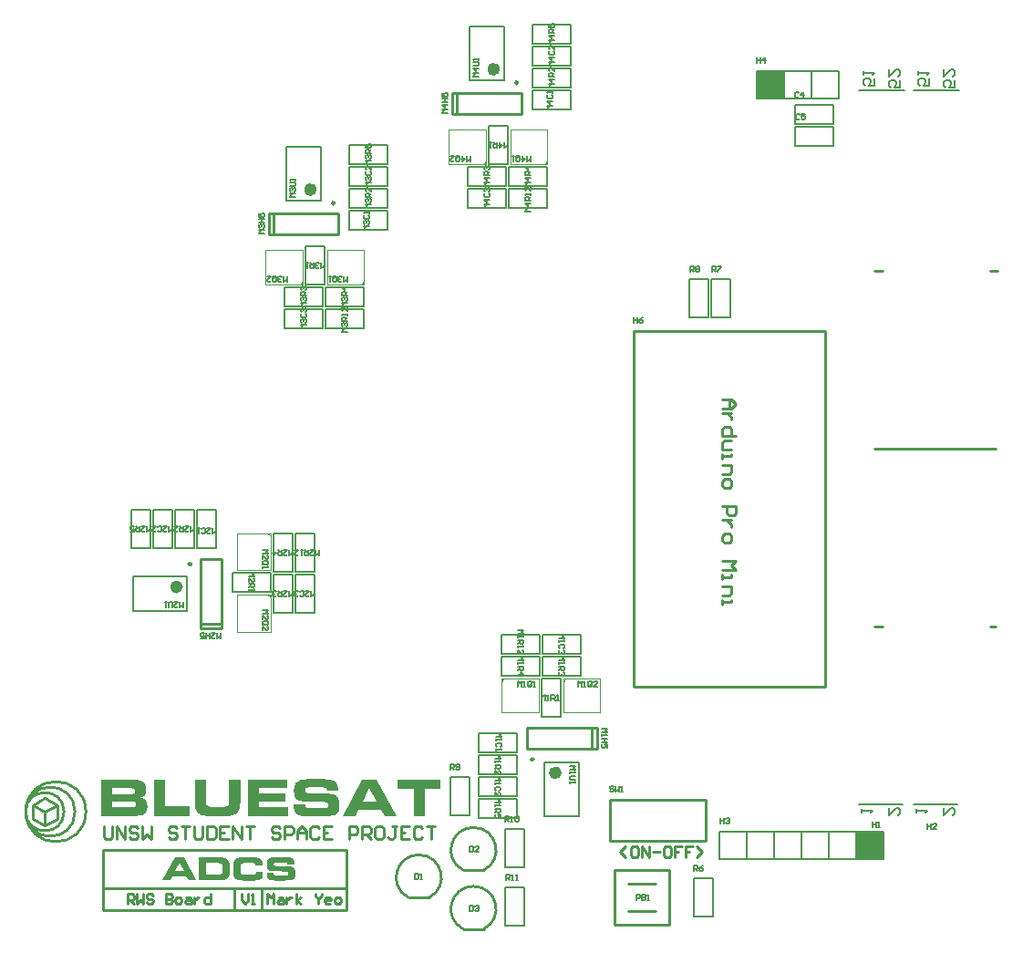
<source format=gto>
G04 Layer_Color=65535*
%FSAX24Y24*%
%MOIN*%
G70*
G01*
G75*
%ADD18C,0.0100*%
%ADD38C,0.0098*%
%ADD39C,0.0236*%
%ADD40C,0.0050*%
%ADD41C,0.0040*%
%ADD42C,0.0079*%
%ADD43C,0.0080*%
%ADD44R,0.0996X0.1000*%
G36*
X058132Y015285D02*
X057092D01*
Y015073D01*
X058077D01*
Y014800D01*
X057092D01*
Y014587D01*
X058155D01*
Y014270D01*
X056685D01*
Y015591D01*
X058132D01*
Y015285D01*
D02*
G37*
G36*
X059539Y015606D02*
X059567Y015604D01*
X059594Y015602D01*
X059619Y015601D01*
X059641Y015598D01*
X059663Y015595D01*
X059681Y015593D01*
X059697Y015590D01*
X059713Y015587D01*
X059725Y015584D01*
X059734Y015582D01*
X059742Y015581D01*
X059749Y015579D01*
X059752Y015577D01*
X059753D01*
X059789Y015566D01*
X059820Y015552D01*
X059847Y015540D01*
X059867Y015527D01*
X059884Y015515D01*
X059897Y015506D01*
X059903Y015499D01*
X059906Y015498D01*
X059925Y015477D01*
X059939Y015457D01*
X059952Y015437D01*
X059959Y015417D01*
X059966Y015399D01*
X059970Y015387D01*
X059973Y015377D01*
Y015376D01*
Y015374D01*
X059978Y015348D01*
X059983Y015320D01*
X059986Y015293D01*
X059988Y015270D01*
X059989Y015248D01*
Y015231D01*
Y015224D01*
Y015221D01*
Y015218D01*
Y015217D01*
Y015174D01*
X059583D01*
Y015199D01*
X059581Y015209D01*
Y015218D01*
X059580Y015226D01*
Y015231D01*
X059578Y015234D01*
Y015235D01*
X059572Y015252D01*
X059564Y015267D01*
X059556Y015274D01*
X059555Y015277D01*
X059553D01*
X059545Y015284D01*
X059536Y015288D01*
X059517Y015296D01*
X059508Y015299D01*
X059500Y015301D01*
X059496Y015302D01*
X059494D01*
X059478Y015306D01*
X059461Y015309D01*
X059442Y015310D01*
X059425D01*
X059410Y015312D01*
X058936D01*
X058911Y015310D01*
X058889Y015309D01*
X058869Y015304D01*
X058854Y015299D01*
X058841Y015295D01*
X058832Y015292D01*
X058825Y015288D01*
X058824Y015287D01*
X058810Y015276D01*
X058800Y015263D01*
X058793Y015251D01*
X058788Y015238D01*
X058785Y015228D01*
X058783Y015218D01*
Y015212D01*
Y015209D01*
Y015193D01*
X058785Y015179D01*
X058788Y015168D01*
X058791Y015159D01*
X058793Y015151D01*
X058796Y015145D01*
X058797Y015142D01*
Y015140D01*
X058804Y015132D01*
X058813Y015124D01*
X058835Y015113D01*
X058844Y015110D01*
X058854Y015107D01*
X058860Y015106D01*
X058861D01*
X058883Y015103D01*
X058907Y015099D01*
X058930Y015096D01*
X058953Y015095D01*
X058975D01*
X058993Y015093D01*
X059047D01*
X059089Y015092D01*
X059350D01*
X059389Y015090D01*
X059425D01*
X059460Y015088D01*
X059492D01*
X059522Y015087D01*
X059549Y015085D01*
X059572Y015084D01*
X059592D01*
X059611Y015082D01*
X059627Y015081D01*
X059638D01*
X059647Y015079D01*
X059653D01*
X059681Y015076D01*
X059706Y015074D01*
X059731Y015070D01*
X059755Y015067D01*
X059775Y015062D01*
X059795Y015057D01*
X059813Y015053D01*
X059828Y015048D01*
X059844Y015043D01*
X059856Y015038D01*
X059866Y015035D01*
X059875Y015032D01*
X059881Y015029D01*
X059886Y015026D01*
X059889Y015024D01*
X059891D01*
X059920Y015006D01*
X059945Y014985D01*
X059966Y014965D01*
X059983Y014945D01*
X059994Y014926D01*
X060003Y014910D01*
X060006Y014904D01*
X060008Y014899D01*
X060009Y014898D01*
Y014896D01*
X060020Y014864D01*
X060030Y014826D01*
X060036Y014789D01*
X060039Y014753D01*
X060041Y014735D01*
X060042Y014720D01*
Y014706D01*
X060044Y014693D01*
Y014684D01*
Y014676D01*
Y014671D01*
Y014670D01*
X060042Y014621D01*
X060039Y014579D01*
X060034Y014543D01*
X060033Y014526D01*
X060030Y014512D01*
X060027Y014498D01*
X060025Y014487D01*
X060022Y014478D01*
X060020Y014470D01*
X060019Y014462D01*
X060017Y014457D01*
X060016Y014456D01*
Y014454D01*
X060003Y014426D01*
X059988Y014400D01*
X059972Y014379D01*
X059955Y014361D01*
X059939Y014347D01*
X059927Y014336D01*
X059917Y014329D01*
X059916Y014328D01*
X059914D01*
X059884Y014312D01*
X059853Y014300D01*
X059819Y014290D01*
X059788Y014282D01*
X059758Y014276D01*
X059745Y014275D01*
X059736Y014273D01*
X059727Y014272D01*
X059720Y014270D01*
X059714D01*
X059689Y014267D01*
X059663Y014265D01*
X059608Y014262D01*
X059553Y014259D01*
X059500Y014258D01*
X059453D01*
X059435Y014256D01*
X058843D01*
X058797Y014258D01*
X058757Y014261D01*
X058738Y014262D01*
X058722Y014264D01*
X058707D01*
X058694Y014265D01*
X058682Y014267D01*
X058672Y014268D01*
X058665D01*
X058660Y014270D01*
X058655D01*
X058621Y014276D01*
X058588Y014286D01*
X058561Y014295D01*
X058538Y014303D01*
X058519Y014312D01*
X058505Y014318D01*
X058497Y014323D01*
X058494Y014325D01*
X058472Y014342D01*
X058455Y014359D01*
X058440Y014378D01*
X058426Y014395D01*
X058416Y014411D01*
X058410Y014423D01*
X058405Y014431D01*
X058404Y014434D01*
X058394Y014462D01*
X058388Y014490D01*
X058382Y014520D01*
X058379Y014548D01*
X058377Y014573D01*
Y014584D01*
X058376Y014593D01*
Y014600D01*
Y014606D01*
Y014609D01*
Y014611D01*
Y014703D01*
X058782D01*
Y014684D01*
X058783Y014667D01*
X058785Y014653D01*
X058788Y014640D01*
X058789Y014631D01*
X058791Y014625D01*
X058793Y014620D01*
Y014618D01*
X058802Y014598D01*
X058813Y014584D01*
X058822Y014576D01*
X058824Y014573D01*
X058825D01*
X058843Y014564D01*
X058861Y014557D01*
X058869Y014556D01*
X058875D01*
X058879Y014554D01*
X058880D01*
X058907Y014553D01*
X058930Y014551D01*
X059477D01*
X059497Y014553D01*
X059516D01*
X059538Y014556D01*
X059556Y014561D01*
X059563Y014564D01*
X059567Y014565D01*
X059570Y014567D01*
X059572D01*
X059589Y014578D01*
X059602Y014589D01*
X059608Y014598D01*
X059611Y014600D01*
Y014601D01*
X059616Y014611D01*
X059620Y014620D01*
X059625Y014640D01*
X059627Y014648D01*
Y014656D01*
Y014661D01*
Y014662D01*
Y014678D01*
X059624Y014692D01*
X059622Y014703D01*
X059619Y014712D01*
X059616Y014720D01*
X059614Y014725D01*
X059611Y014728D01*
Y014729D01*
X059603Y014739D01*
X059592Y014746D01*
X059581Y014753D01*
X059569Y014757D01*
X059556Y014762D01*
X059547Y014765D01*
X059541Y014767D01*
X059538D01*
X059514Y014771D01*
X059486Y014775D01*
X059458Y014778D01*
X059430Y014779D01*
X059405Y014781D01*
X059394D01*
X059385Y014782D01*
X059344D01*
X059321Y014784D01*
X059269D01*
X059217Y014785D01*
X058975D01*
X058938Y014787D01*
X058902Y014789D01*
X058871D01*
X058839Y014790D01*
X058813Y014792D01*
X058788Y014793D01*
X058766Y014795D01*
X058746Y014796D01*
X058730Y014798D01*
X058716D01*
X058705Y014800D01*
X058697Y014801D01*
X058691D01*
X058644Y014809D01*
X058602Y014818D01*
X058568Y014828D01*
X058552Y014832D01*
X058538Y014839D01*
X058527Y014843D01*
X058516Y014848D01*
X058507Y014851D01*
X058499Y014854D01*
X058494Y014857D01*
X058490Y014860D01*
X058488Y014862D01*
X058486D01*
X058463Y014879D01*
X058443Y014899D01*
X058427Y014920D01*
X058415Y014939D01*
X058407Y014956D01*
X058401Y014970D01*
X058397Y014979D01*
X058396Y014981D01*
Y014982D01*
X058390Y015014D01*
X058385Y015046D01*
X058382Y015081D01*
X058380Y015112D01*
X058379Y015140D01*
X058377Y015151D01*
Y015162D01*
Y015171D01*
Y015178D01*
Y015181D01*
Y015182D01*
Y015215D01*
X058379Y015246D01*
X058380Y015274D01*
X058383Y015299D01*
X058385Y015320D01*
X058386Y015335D01*
Y015342D01*
X058388Y015346D01*
Y015348D01*
Y015349D01*
X058394Y015377D01*
X058402Y015404D01*
X058413Y015426D01*
X058424Y015446D01*
X058433Y015462D01*
X058443Y015474D01*
X058449Y015481D01*
X058451Y015484D01*
X058472Y015504D01*
X058497Y015521D01*
X058524Y015537D01*
X058549Y015549D01*
X058572Y015559D01*
X058583Y015563D01*
X058593Y015566D01*
X058599Y015570D01*
X058605Y015571D01*
X058608Y015573D01*
X058610D01*
X058632Y015579D01*
X058654Y015584D01*
X058702Y015593D01*
X058752Y015599D01*
X058800Y015602D01*
X058822Y015604D01*
X058843Y015606D01*
X058861D01*
X058879Y015607D01*
X059508D01*
X059539Y015606D01*
D02*
G37*
G36*
X062134Y014270D02*
X061682D01*
X061556Y014504D01*
X060734D01*
X060615Y014270D01*
X060162D01*
X060878Y015591D01*
X061406D01*
X062134Y014270D01*
D02*
G37*
G36*
X063724Y015263D02*
X063155D01*
Y014270D01*
X062749D01*
Y015263D01*
X062179D01*
Y015591D01*
X063724D01*
Y015263D01*
D02*
G37*
G36*
X056414Y014740D02*
X056412Y014695D01*
X056407Y014653D01*
X056401Y014614D01*
X056393Y014578D01*
X056384Y014545D01*
X056372Y014515D01*
X056361Y014487D01*
X056348Y014464D01*
X056336Y014442D01*
X056325Y014423D01*
X056314Y014409D01*
X056303Y014395D01*
X056295Y014386D01*
X056289Y014379D01*
X056284Y014375D01*
X056282Y014373D01*
X056256Y014353D01*
X056228Y014334D01*
X056195Y014318D01*
X056162Y014306D01*
X056129Y014293D01*
X056095Y014284D01*
X056061Y014276D01*
X056028Y014270D01*
X055995Y014265D01*
X055965Y014262D01*
X055939Y014259D01*
X055915Y014258D01*
X055897D01*
X055883Y014256D01*
X055289D01*
X055237Y014258D01*
X055191Y014261D01*
X055147Y014267D01*
X055106Y014275D01*
X055069Y014282D01*
X055034Y014293D01*
X055005Y014304D01*
X054978Y014315D01*
X054953Y014326D01*
X054933Y014336D01*
X054916Y014347D01*
X054902Y014354D01*
X054891Y014362D01*
X054883Y014368D01*
X054878Y014372D01*
X054877Y014373D01*
X054853Y014397D01*
X054834Y014423D01*
X054817Y014451D01*
X054802Y014481D01*
X054789Y014511D01*
X054778Y014542D01*
X054770Y014571D01*
X054763Y014601D01*
X054758Y014629D01*
X054753Y014656D01*
X054752Y014679D01*
X054749Y014700D01*
Y014717D01*
X054747Y014729D01*
Y014737D01*
Y014740D01*
Y015591D01*
X055153D01*
Y014828D01*
Y014804D01*
X055155Y014784D01*
X055158Y014764D01*
X055161Y014746D01*
X055164Y014729D01*
X055169Y014715D01*
X055178Y014690D01*
X055188Y014671D01*
X055195Y014659D01*
X055202Y014651D01*
X055203Y014648D01*
X055214Y014639D01*
X055225Y014631D01*
X055252Y014617D01*
X055281Y014607D01*
X055309Y014601D01*
X055336Y014598D01*
X055348Y014596D01*
X055358D01*
X055367Y014595D01*
X055803D01*
X055825Y014596D01*
X055844Y014600D01*
X055861Y014603D01*
X055876Y014607D01*
X055890Y014612D01*
X055915Y014621D01*
X055933Y014631D01*
X055947Y014640D01*
X055953Y014646D01*
X055956Y014648D01*
X055965Y014659D01*
X055973Y014671D01*
X055986Y014698D01*
X055995Y014728D01*
X056001Y014757D01*
X056004Y014785D01*
X056006Y014796D01*
X056008Y014807D01*
Y014815D01*
Y014821D01*
Y014826D01*
Y014828D01*
Y015591D01*
X056414D01*
Y014740D01*
D02*
G37*
G36*
X054808Y011913D02*
X054524D01*
X054444Y012061D01*
X053926D01*
X053851Y011913D01*
X053566D01*
X054017Y012746D01*
X054349D01*
X054808Y011913D01*
D02*
G37*
G36*
X056874Y012755D02*
X056896Y012754D01*
X056917Y012753D01*
X056936Y012752D01*
X056954Y012751D01*
X056970Y012749D01*
X056984Y012748D01*
X056998Y012746D01*
X057010Y012744D01*
X057020Y012743D01*
X057028Y012742D01*
X057034Y012741D01*
X057039Y012740D01*
X057042Y012739D01*
X057043D01*
X057071Y012732D01*
X057097Y012724D01*
X057117Y012715D01*
X057135Y012706D01*
X057149Y012699D01*
X057159Y012692D01*
X057165Y012688D01*
X057167Y012686D01*
X057181Y012671D01*
X057194Y012655D01*
X057203Y012639D01*
X057211Y012624D01*
X057217Y012610D01*
X057220Y012599D01*
X057222Y012595D01*
Y012592D01*
X057223Y012590D01*
Y012589D01*
X057227Y012566D01*
X057230Y012541D01*
X057232Y012516D01*
X057233Y012494D01*
Y012483D01*
X057234Y012473D01*
Y012464D01*
Y012456D01*
Y012451D01*
Y012446D01*
Y012443D01*
Y012442D01*
X056979D01*
Y012464D01*
X056978Y012480D01*
X056974Y012493D01*
X056969Y012504D01*
X056963Y012512D01*
X056957Y012518D01*
X056952Y012522D01*
X056948Y012524D01*
X056947Y012525D01*
X056934Y012531D01*
X056920Y012535D01*
X056905Y012538D01*
X056891Y012540D01*
X056878Y012541D01*
X056868Y012542D01*
X056562D01*
X056547Y012540D01*
X056533Y012538D01*
X056521Y012536D01*
X056511Y012534D01*
X056504Y012532D01*
X056500Y012531D01*
X056498Y012530D01*
X056488Y012525D01*
X056478Y012520D01*
X056470Y012514D01*
X056463Y012510D01*
X056457Y012505D01*
X056453Y012501D01*
X056451Y012498D01*
X056450Y012497D01*
X056444Y012488D01*
X056439Y012479D01*
X056435Y012471D01*
X056432Y012462D01*
X056431Y012455D01*
X056429Y012450D01*
X056428Y012446D01*
Y012445D01*
X056425Y012421D01*
X056423Y012409D01*
Y012398D01*
X056422Y012389D01*
Y012382D01*
Y012377D01*
Y012375D01*
Y012284D01*
Y012269D01*
X056423Y012254D01*
X056424Y012241D01*
X056425Y012229D01*
Y012220D01*
X056426Y012213D01*
X056427Y012209D01*
Y012207D01*
X056430Y012196D01*
X056432Y012186D01*
X056436Y012177D01*
X056439Y012169D01*
X056443Y012163D01*
X056445Y012159D01*
X056447Y012156D01*
X056448Y012155D01*
X056455Y012148D01*
X056462Y012143D01*
X056477Y012134D01*
X056484Y012131D01*
X056489Y012129D01*
X056492Y012127D01*
X056493D01*
X056505Y012124D01*
X056517Y012122D01*
X056530Y012120D01*
X056541Y012119D01*
X056552D01*
X056559Y012118D01*
X056855D01*
X056868Y012119D01*
X056881D01*
X056891Y012120D01*
X056900D01*
X056906Y012121D01*
X056911D01*
X056921Y012123D01*
X056929Y012125D01*
X056937Y012128D01*
X056944Y012131D01*
X056949Y012133D01*
X056953Y012135D01*
X056955Y012137D01*
X056956D01*
X056962Y012142D01*
X056968Y012147D01*
X056976Y012158D01*
X056979Y012163D01*
X056981Y012167D01*
X056982Y012170D01*
Y012171D01*
X056984Y012180D01*
X056986Y012190D01*
X056987Y012201D01*
X056988Y012210D01*
X056989Y012218D01*
Y012226D01*
Y012230D01*
Y012232D01*
X057245D01*
Y012154D01*
X057244Y012135D01*
X057243Y012117D01*
X057241Y012100D01*
X057239Y012085D01*
X057236Y012073D01*
X057234Y012064D01*
X057233Y012058D01*
X057232Y012057D01*
Y012056D01*
X057228Y012039D01*
X057221Y012024D01*
X057213Y012011D01*
X057206Y011999D01*
X057198Y011990D01*
X057193Y011982D01*
X057189Y011978D01*
X057187Y011976D01*
X057173Y011964D01*
X057159Y011954D01*
X057143Y011945D01*
X057128Y011937D01*
X057114Y011931D01*
X057104Y011927D01*
X057100Y011925D01*
X057097Y011924D01*
X057095Y011923D01*
X057094D01*
X057070Y011917D01*
X057044Y011912D01*
X057018Y011909D01*
X056993Y011906D01*
X056982D01*
X056971Y011905D01*
X056962D01*
X056953Y011904D01*
X056526D01*
X056494Y011905D01*
X056465Y011906D01*
X056439Y011908D01*
X056428Y011909D01*
X056417Y011910D01*
X056406Y011911D01*
X056398Y011912D01*
X056390Y011913D01*
X056383Y011914D01*
X056378Y011915D01*
X056374Y011916D01*
X056371D01*
X056347Y011922D01*
X056324Y011929D01*
X056305Y011937D01*
X056288Y011944D01*
X056274Y011952D01*
X056264Y011958D01*
X056260Y011960D01*
X056257Y011961D01*
X056256Y011962D01*
X056255D01*
X056239Y011976D01*
X056224Y011991D01*
X056212Y012007D01*
X056202Y012022D01*
X056193Y012035D01*
X056188Y012045D01*
X056186Y012049D01*
X056185Y012052D01*
X056184Y012054D01*
Y012055D01*
X056176Y012079D01*
X056170Y012103D01*
X056165Y012128D01*
X056162Y012152D01*
X056161Y012163D01*
X056160Y012173D01*
Y012182D01*
X056159Y012190D01*
Y012197D01*
Y012202D01*
Y012205D01*
Y012206D01*
Y012453D01*
X056160Y012486D01*
X056163Y012515D01*
X056165Y012528D01*
X056167Y012541D01*
X056169Y012552D01*
X056172Y012563D01*
X056174Y012572D01*
X056176Y012579D01*
X056178Y012587D01*
X056180Y012592D01*
X056182Y012597D01*
X056183Y012600D01*
X056184Y012602D01*
Y012603D01*
X056193Y012624D01*
X056205Y012642D01*
X056217Y012658D01*
X056229Y012672D01*
X056240Y012682D01*
X056247Y012690D01*
X056253Y012694D01*
X056254Y012696D01*
X056255D01*
X056274Y012707D01*
X056294Y012717D01*
X056313Y012726D01*
X056331Y012732D01*
X056348Y012737D01*
X056355Y012739D01*
X056360Y012740D01*
X056365Y012742D01*
X056369D01*
X056370Y012743D01*
X056371D01*
X056398Y012747D01*
X056425Y012751D01*
X056450Y012753D01*
X056474Y012754D01*
X056485Y012755D01*
X056494D01*
X056503Y012756D01*
X056851D01*
X056874Y012755D01*
D02*
G37*
G36*
X058116D02*
X058134Y012754D01*
X058151Y012753D01*
X058166Y012752D01*
X058180Y012750D01*
X058194Y012748D01*
X058206Y012747D01*
X058215Y012745D01*
X058225Y012743D01*
X058233Y012741D01*
X058239Y012740D01*
X058244Y012739D01*
X058248Y012738D01*
X058250Y012737D01*
X058251D01*
X058274Y012730D01*
X058293Y012721D01*
X058310Y012713D01*
X058323Y012705D01*
X058334Y012698D01*
X058341Y012692D01*
X058345Y012688D01*
X058347Y012687D01*
X058359Y012674D01*
X058368Y012661D01*
X058376Y012648D01*
X058381Y012636D01*
X058385Y012625D01*
X058388Y012617D01*
X058390Y012611D01*
Y012610D01*
Y012609D01*
X058393Y012592D01*
X058396Y012575D01*
X058398Y012558D01*
X058398Y012543D01*
X058399Y012529D01*
Y012518D01*
Y012514D01*
Y012513D01*
Y012511D01*
Y012510D01*
Y012483D01*
X058144D01*
Y012499D01*
X058143Y012505D01*
Y012511D01*
X058142Y012515D01*
Y012518D01*
X058141Y012520D01*
Y012521D01*
X058137Y012532D01*
X058132Y012541D01*
X058127Y012546D01*
X058126Y012548D01*
X058125D01*
X058120Y012552D01*
X058114Y012555D01*
X058102Y012560D01*
X058096Y012562D01*
X058091Y012563D01*
X058089Y012564D01*
X058088D01*
X058078Y012566D01*
X058067Y012568D01*
X058055Y012569D01*
X058044D01*
X058034Y012570D01*
X057736D01*
X057721Y012569D01*
X057707Y012568D01*
X057694Y012565D01*
X057684Y012562D01*
X057676Y012559D01*
X057670Y012557D01*
X057666Y012555D01*
X057665Y012554D01*
X057657Y012547D01*
X057651Y012539D01*
X057646Y012531D01*
X057643Y012523D01*
X057641Y012516D01*
X057640Y012511D01*
Y012507D01*
Y012505D01*
Y012495D01*
X057641Y012486D01*
X057643Y012479D01*
X057645Y012473D01*
X057646Y012468D01*
X057648Y012464D01*
X057649Y012462D01*
Y012461D01*
X057653Y012456D01*
X057659Y012452D01*
X057672Y012445D01*
X057678Y012443D01*
X057684Y012441D01*
X057688Y012440D01*
X057689D01*
X057703Y012438D01*
X057718Y012436D01*
X057732Y012434D01*
X057747Y012433D01*
X057761D01*
X057772Y012432D01*
X057806D01*
X057833Y012431D01*
X057997D01*
X058022Y012430D01*
X058044D01*
X058066Y012429D01*
X058087D01*
X058105Y012428D01*
X058122Y012427D01*
X058137Y012426D01*
X058150D01*
X058161Y012425D01*
X058171Y012424D01*
X058178D01*
X058184Y012423D01*
X058188D01*
X058206Y012421D01*
X058221Y012420D01*
X058237Y012417D01*
X058252Y012415D01*
X058265Y012412D01*
X058277Y012409D01*
X058288Y012406D01*
X058298Y012403D01*
X058308Y012400D01*
X058316Y012397D01*
X058322Y012395D01*
X058328Y012393D01*
X058332Y012392D01*
X058335Y012390D01*
X058337Y012389D01*
X058337D01*
X058356Y012377D01*
X058372Y012364D01*
X058385Y012351D01*
X058396Y012338D01*
X058402Y012327D01*
X058408Y012317D01*
X058410Y012313D01*
X058411Y012310D01*
X058412Y012309D01*
Y012308D01*
X058419Y012287D01*
X058425Y012264D01*
X058429Y012240D01*
X058431Y012217D01*
X058432Y012207D01*
X058433Y012197D01*
Y012188D01*
X058434Y012180D01*
Y012174D01*
Y012169D01*
Y012166D01*
Y012165D01*
X058433Y012135D01*
X058431Y012108D01*
X058428Y012085D01*
X058427Y012075D01*
X058425Y012066D01*
X058423Y012057D01*
X058422Y012050D01*
X058420Y012044D01*
X058419Y012039D01*
X058418Y012034D01*
X058417Y012031D01*
X058416Y012030D01*
Y012029D01*
X058408Y012012D01*
X058398Y011995D01*
X058389Y011982D01*
X058378Y011970D01*
X058368Y011961D01*
X058360Y011955D01*
X058354Y011951D01*
X058353Y011950D01*
X058352D01*
X058334Y011940D01*
X058314Y011932D01*
X058292Y011926D01*
X058273Y011921D01*
X058254Y011917D01*
X058246Y011916D01*
X058240Y011915D01*
X058234Y011914D01*
X058230Y011913D01*
X058226D01*
X058211Y011911D01*
X058194Y011910D01*
X058159Y011908D01*
X058125Y011906D01*
X058091Y011905D01*
X058062D01*
X058050Y011904D01*
X057677D01*
X057649Y011905D01*
X057623Y011907D01*
X057611Y011908D01*
X057601Y011909D01*
X057592D01*
X057584Y011910D01*
X057576Y011911D01*
X057570Y011912D01*
X057565D01*
X057562Y011913D01*
X057559D01*
X057537Y011917D01*
X057517Y011923D01*
X057500Y011929D01*
X057485Y011934D01*
X057474Y011940D01*
X057465Y011944D01*
X057460Y011947D01*
X057458Y011948D01*
X057444Y011959D01*
X057433Y011969D01*
X057423Y011981D01*
X057414Y011992D01*
X057409Y012002D01*
X057405Y012010D01*
X057402Y012015D01*
X057401Y012017D01*
X057395Y012034D01*
X057391Y012052D01*
X057387Y012071D01*
X057385Y012088D01*
X057384Y012104D01*
Y012111D01*
X057383Y012117D01*
Y012121D01*
Y012125D01*
Y012127D01*
Y012128D01*
Y012186D01*
X057639D01*
Y012174D01*
X057640Y012163D01*
X057641Y012154D01*
X057643Y012146D01*
X057644Y012141D01*
X057645Y012137D01*
X057646Y012134D01*
Y012133D01*
X057652Y012120D01*
X057659Y012111D01*
X057664Y012106D01*
X057665Y012104D01*
X057666D01*
X057677Y012098D01*
X057689Y012094D01*
X057694Y012093D01*
X057698D01*
X057700Y012092D01*
X057701D01*
X057718Y012091D01*
X057732Y012090D01*
X058077D01*
X058090Y012091D01*
X058101D01*
X058115Y012093D01*
X058127Y012096D01*
X058131Y012098D01*
X058134Y012099D01*
X058136Y012100D01*
X058137D01*
X058148Y012107D01*
X058155Y012114D01*
X058159Y012120D01*
X058161Y012121D01*
Y012122D01*
X058164Y012128D01*
X058167Y012134D01*
X058170Y012146D01*
X058171Y012151D01*
Y012156D01*
Y012159D01*
Y012160D01*
Y012170D01*
X058169Y012179D01*
X058168Y012186D01*
X058166Y012192D01*
X058164Y012197D01*
X058163Y012200D01*
X058161Y012202D01*
Y012203D01*
X058156Y012208D01*
X058150Y012213D01*
X058143Y012217D01*
X058135Y012220D01*
X058127Y012223D01*
X058121Y012225D01*
X058117Y012226D01*
X058115D01*
X058100Y012229D01*
X058083Y012231D01*
X058065Y012233D01*
X058047Y012234D01*
X058031Y012235D01*
X058025D01*
X058019Y012236D01*
X057993D01*
X057978Y012237D01*
X057946D01*
X057913Y012238D01*
X057761D01*
X057737Y012239D01*
X057715Y012240D01*
X057695D01*
X057675Y012241D01*
X057659Y012242D01*
X057643Y012243D01*
X057629Y012244D01*
X057616Y012245D01*
X057606Y012246D01*
X057598D01*
X057591Y012247D01*
X057586Y012248D01*
X057582D01*
X057552Y012253D01*
X057526Y012259D01*
X057504Y012265D01*
X057494Y012268D01*
X057485Y012271D01*
X057478Y012274D01*
X057472Y012277D01*
X057466Y012279D01*
X057461Y012281D01*
X057458Y012283D01*
X057455Y012285D01*
X057454Y012286D01*
X057453D01*
X057438Y012297D01*
X057425Y012310D01*
X057415Y012323D01*
X057408Y012334D01*
X057403Y012345D01*
X057399Y012354D01*
X057397Y012360D01*
X057396Y012361D01*
Y012362D01*
X057392Y012382D01*
X057389Y012402D01*
X057387Y012424D01*
X057386Y012444D01*
X057385Y012461D01*
X057384Y012468D01*
Y012475D01*
Y012481D01*
Y012485D01*
Y012487D01*
Y012488D01*
Y012509D01*
X057385Y012528D01*
X057386Y012546D01*
X057388Y012562D01*
X057389Y012575D01*
X057390Y012584D01*
Y012588D01*
X057391Y012591D01*
Y012592D01*
Y012593D01*
X057395Y012611D01*
X057400Y012628D01*
X057407Y012641D01*
X057414Y012654D01*
X057419Y012664D01*
X057425Y012672D01*
X057429Y012676D01*
X057430Y012678D01*
X057444Y012691D01*
X057460Y012701D01*
X057476Y012711D01*
X057492Y012719D01*
X057507Y012725D01*
X057514Y012728D01*
X057520Y012730D01*
X057524Y012732D01*
X057528Y012733D01*
X057530Y012734D01*
X057531D01*
X057544Y012738D01*
X057558Y012741D01*
X057589Y012747D01*
X057620Y012751D01*
X057651Y012753D01*
X057664Y012754D01*
X057677Y012755D01*
X057689D01*
X057700Y012756D01*
X058096D01*
X058116Y012755D01*
D02*
G37*
G36*
X052573Y015588D02*
X052609Y015585D01*
X052638Y015582D01*
X052652Y015581D01*
X052665Y015579D01*
X052674Y015577D01*
X052684Y015576D01*
X052690Y015574D01*
X052695D01*
X052698Y015573D01*
X052699D01*
X052732Y015565D01*
X052762Y015557D01*
X052787Y015546D01*
X052809Y015537D01*
X052826Y015529D01*
X052838Y015521D01*
X052846Y015516D01*
X052849Y015515D01*
X052871Y015499D01*
X052890Y015481D01*
X052905Y015463D01*
X052918Y015446D01*
X052927Y015431D01*
X052934Y015418D01*
X052938Y015410D01*
X052940Y015409D01*
Y015407D01*
X052949Y015382D01*
X052957Y015354D01*
X052962Y015327D01*
X052966Y015301D01*
X052968Y015279D01*
X052969Y015260D01*
Y015254D01*
Y015249D01*
Y015246D01*
Y015245D01*
Y015213D01*
X052966Y015187D01*
X052965Y015163D01*
X052962Y015143D01*
X052959Y015128D01*
X052957Y015115D01*
X052954Y015109D01*
Y015106D01*
X052948Y015087D01*
X052941Y015070D01*
X052935Y015056D01*
X052929Y015043D01*
X052923Y015032D01*
X052918Y015026D01*
X052915Y015021D01*
X052913Y015020D01*
X052893Y014998D01*
X052873Y014982D01*
X052863Y014978D01*
X052857Y014973D01*
X052852Y014971D01*
X052851Y014970D01*
X052824Y014959D01*
X052810Y014954D01*
X052798Y014949D01*
X052788Y014946D01*
X052780Y014943D01*
X052774Y014942D01*
X052773D01*
Y014935D01*
X052796Y014932D01*
X052820Y014928D01*
X052840Y014921D01*
X052859Y014915D01*
X052876Y014907D01*
X052890Y014899D01*
X052904Y014892D01*
X052916Y014884D01*
X052935Y014870D01*
X052949Y014857D01*
X052957Y014848D01*
X052960Y014846D01*
Y014845D01*
X052969Y014831D01*
X052979Y014814D01*
X052993Y014778D01*
X053002Y014740D01*
X053010Y014704D01*
X053013Y014671D01*
X053015Y014657D01*
Y014645D01*
X053016Y014634D01*
Y014626D01*
Y014621D01*
Y014620D01*
X053015Y014581D01*
X053012Y014546D01*
X053007Y014515D01*
X053001Y014490D01*
X052994Y014470D01*
X052990Y014454D01*
X052987Y014445D01*
X052985Y014443D01*
Y014442D01*
X052973Y014417D01*
X052960Y014397D01*
X052946Y014378D01*
X052932Y014362D01*
X052919Y014350D01*
X052910Y014342D01*
X052904Y014336D01*
X052901Y014334D01*
X052880Y014322D01*
X052859Y014311D01*
X052837Y014301D01*
X052816Y014295D01*
X052799Y014289D01*
X052785Y014286D01*
X052776Y014282D01*
X052773D01*
X052716Y014275D01*
X052690Y014273D01*
X052665Y014272D01*
X052643Y014270D01*
X051320D01*
Y015591D01*
X052532D01*
X052573Y015588D01*
D02*
G37*
G36*
X055712Y012745D02*
X055744Y012743D01*
X055757Y012742D01*
X055771Y012741D01*
X055783Y012739D01*
X055794Y012738D01*
X055805Y012736D01*
X055814Y012734D01*
X055821Y012733D01*
X055827Y012732D01*
X055832Y012731D01*
X055836Y012730D01*
X055838Y012729D01*
X055839D01*
X055863Y012722D01*
X055883Y012714D01*
X055902Y012706D01*
X055917Y012698D01*
X055930Y012690D01*
X055939Y012684D01*
X055943Y012680D01*
X055945Y012678D01*
X055960Y012664D01*
X055972Y012649D01*
X055982Y012635D01*
X055991Y012620D01*
X055997Y012607D01*
X056001Y012596D01*
X056002Y012593D01*
X056003Y012590D01*
X056004Y012588D01*
Y012587D01*
X056010Y012566D01*
X056015Y012543D01*
X056018Y012521D01*
X056021Y012501D01*
X056022Y012483D01*
Y012475D01*
X056023Y012468D01*
Y012463D01*
Y012458D01*
Y012456D01*
Y012455D01*
Y012203D01*
X056022Y012175D01*
X056020Y012149D01*
X056017Y012127D01*
X056014Y012108D01*
X056012Y012099D01*
X056010Y012092D01*
X056008Y012085D01*
X056007Y012081D01*
X056006Y012077D01*
X056005Y012074D01*
X056004Y012072D01*
Y012071D01*
X055997Y012051D01*
X055988Y012033D01*
X055978Y012018D01*
X055968Y012005D01*
X055959Y011994D01*
X055952Y011987D01*
X055947Y011982D01*
X055945Y011980D01*
X055930Y011967D01*
X055912Y011958D01*
X055894Y011949D01*
X055877Y011942D01*
X055862Y011936D01*
X055856Y011934D01*
X055850Y011932D01*
X055845Y011931D01*
X055842Y011930D01*
X055840Y011929D01*
X055839D01*
X055814Y011924D01*
X055786Y011920D01*
X055759Y011917D01*
X055734Y011915D01*
X055722Y011914D01*
X055702D01*
X055693Y011913D01*
X054907D01*
Y012746D01*
X055678D01*
X055712Y012745D01*
D02*
G37*
G36*
X053665Y014609D02*
X054575D01*
Y014270D01*
X053258D01*
Y015591D01*
X053665D01*
Y014609D01*
D02*
G37*
%LPC*%
G36*
X061142Y015284D02*
X060886Y014789D01*
X061404D01*
X061142Y015284D01*
D02*
G37*
G36*
X054183Y012552D02*
X054022Y012240D01*
X054348D01*
X054183Y012552D01*
D02*
G37*
G36*
X052452Y015274D02*
X051726D01*
Y015068D01*
X052443D01*
X052463Y015070D01*
X052482Y015071D01*
X052496Y015074D01*
X052509Y015079D01*
X052520Y015084D01*
X052526Y015087D01*
X052531Y015088D01*
X052532Y015090D01*
X052543Y015101D01*
X052551Y015112D01*
X052556Y015126D01*
X052560Y015138D01*
X052562Y015151D01*
X052563Y015160D01*
Y015167D01*
Y015170D01*
X052562Y015190D01*
X052559Y015207D01*
X052554Y015221D01*
X052548Y015232D01*
X052541Y015240D01*
X052537Y015246D01*
X052534Y015249D01*
X052532Y015251D01*
X052520Y015259D01*
X052506Y015265D01*
X052490Y015268D01*
X052476Y015271D01*
X052463Y015273D01*
X052452Y015274D01*
D02*
G37*
G36*
X052463Y014795D02*
X051726D01*
Y014587D01*
X052452D01*
X052476Y014589D01*
X052496Y014590D01*
X052515Y014593D01*
X052531Y014596D01*
X052543Y014600D01*
X052551Y014603D01*
X052557Y014606D01*
X052559D01*
X052573Y014615D01*
X052582Y014626D01*
X052590Y014639D01*
X052595Y014653D01*
X052598Y014664D01*
X052599Y014675D01*
Y014681D01*
Y014684D01*
X052598Y014707D01*
X052593Y014726D01*
X052587Y014742D01*
X052579Y014754D01*
X052571Y014762D01*
X052565Y014768D01*
X052560Y014771D01*
X052559Y014773D01*
X052543Y014781D01*
X052524Y014785D01*
X052507Y014790D01*
X052490Y014792D01*
X052476Y014793D01*
X052463Y014795D01*
D02*
G37*
G36*
X055630Y012539D02*
X055163D01*
Y012127D01*
X055630D01*
X055643Y012128D01*
X055655Y012129D01*
X055665Y012131D01*
X055674Y012132D01*
X055680Y012133D01*
X055684Y012134D01*
X055685D01*
X055695Y012137D01*
X055704Y012141D01*
X055712Y012144D01*
X055719Y012147D01*
X055725Y012151D01*
X055729Y012153D01*
X055731Y012155D01*
X055732Y012156D01*
X055738Y012163D01*
X055744Y012170D01*
X055752Y012185D01*
X055754Y012192D01*
X055756Y012197D01*
X055758Y012201D01*
Y012202D01*
X055761Y012213D01*
X055763Y012226D01*
X055765Y012238D01*
X055766Y012250D01*
X055767Y012261D01*
Y012269D01*
Y012274D01*
Y012276D01*
Y012389D01*
Y012404D01*
X055766Y012419D01*
X055764Y012432D01*
X055763Y012443D01*
X055761Y012451D01*
X055759Y012457D01*
X055758Y012461D01*
Y012462D01*
X055754Y012473D01*
X055751Y012482D01*
X055747Y012490D01*
X055742Y012496D01*
X055738Y012501D01*
X055735Y012505D01*
X055733Y012507D01*
X055732Y012508D01*
X055725Y012514D01*
X055717Y012518D01*
X055701Y012525D01*
X055694Y012528D01*
X055690Y012530D01*
X055686Y012531D01*
X055685D01*
X055674Y012534D01*
X055662Y012536D01*
X055650Y012537D01*
X055639Y012538D01*
X055630Y012539D01*
D02*
G37*
%LPD*%
D18*
X063322Y011284D02*
G03*
X062555Y011285I-000382J000733D01*
G01*
X065322Y012284D02*
G03*
X064555Y012285I-000382J000733D01*
G01*
X065322Y010134D02*
G03*
X064555Y010135I-000382J000733D01*
G01*
X049970Y014420D02*
G03*
X049970Y014420I-000700J000000D01*
G01*
X050370D02*
G03*
X050370Y014420I-000900J000000D01*
G01*
X050770D02*
G03*
X050770Y014420I-001100J000000D01*
G01*
X064146Y039906D02*
X066705D01*
Y040694D01*
X064146D02*
X066705D01*
X064146Y039906D02*
Y040694D01*
X064343Y039906D02*
Y040694D01*
X057446Y035506D02*
X060005D01*
Y036294D01*
X057446D02*
X060005D01*
X057446Y035506D02*
Y036294D01*
X057643Y035506D02*
Y036294D01*
X055734Y021106D02*
Y023665D01*
X054946D02*
X055734D01*
X054946Y021106D02*
Y023665D01*
Y021106D02*
X055734D01*
X054946Y021303D02*
X055734D01*
X066897Y017494D02*
X069457D01*
X066897Y016706D02*
Y017494D01*
Y016706D02*
X069457D01*
Y017494D01*
X069260Y016706D02*
Y017494D01*
X072090Y010300D02*
Y012300D01*
X070090Y010300D02*
X072090D01*
X070090D02*
Y012300D01*
X072090D01*
X070590Y010800D02*
X071590D01*
X070590Y011800D02*
X071590D01*
X077790Y019000D02*
Y032000D01*
X070790D02*
X077790D01*
X070790Y019000D02*
Y032000D01*
Y019000D02*
X077790D01*
X062555Y011285D02*
X063322Y011284D01*
X064555Y012285D02*
X065322Y012284D01*
X064555Y010135D02*
X065322Y010134D01*
X069940Y014850D02*
X073440D01*
Y013350D02*
Y014850D01*
X069940Y013350D02*
X073440D01*
X069940D02*
Y014850D01*
X056200Y010830D02*
Y011630D01*
X079590Y021200D02*
X079890D01*
X083840D02*
X084040D01*
X079590Y034200D02*
X079890D01*
X083840D02*
X084090D01*
X079590Y027700D02*
X084040D01*
X051400Y011630D02*
X060300D01*
X051400Y010830D02*
Y013030D01*
Y010830D02*
X060300D01*
X057200D02*
Y011630D01*
X060300Y010830D02*
Y013030D01*
X051400D02*
X060300D01*
X049270Y013920D02*
Y014420D01*
X048820Y014170D02*
X049270Y013920D01*
X049720Y014170D01*
X048820Y014670D02*
X049270Y014420D01*
X048820Y014170D02*
Y014670D01*
X049720Y014170D02*
Y014670D01*
X049270Y014420D02*
X049720Y014670D01*
X049270Y014920D02*
X049720Y014670D01*
X048820D02*
X049270Y014920D01*
X056467Y011405D02*
Y011172D01*
X056583Y011055D01*
X056700Y011172D01*
Y011405D01*
X056817Y011055D02*
X056933D01*
X056875D01*
Y011405D01*
X056817Y011347D01*
X052284Y011055D02*
Y011405D01*
X052459D01*
X052517Y011347D01*
Y011230D01*
X052459Y011172D01*
X052284D01*
X052400D02*
X052517Y011055D01*
X052634Y011405D02*
Y011055D01*
X052750Y011172D01*
X052867Y011055D01*
Y011405D01*
X053217Y011347D02*
X053159Y011405D01*
X053042D01*
X052984Y011347D01*
Y011288D01*
X053042Y011230D01*
X053159D01*
X053217Y011172D01*
Y011113D01*
X053159Y011055D01*
X053042D01*
X052984Y011113D01*
X053683Y011405D02*
Y011055D01*
X053858D01*
X053917Y011113D01*
Y011172D01*
X053858Y011230D01*
X053683D01*
X053858D01*
X053917Y011288D01*
Y011347D01*
X053858Y011405D01*
X053683D01*
X054092Y011055D02*
X054208D01*
X054267Y011113D01*
Y011230D01*
X054208Y011288D01*
X054092D01*
X054033Y011230D01*
Y011113D01*
X054092Y011055D01*
X054441Y011288D02*
X054558D01*
X054616Y011230D01*
Y011055D01*
X054441D01*
X054383Y011113D01*
X054441Y011172D01*
X054616D01*
X054733Y011288D02*
Y011055D01*
Y011172D01*
X054791Y011230D01*
X054850Y011288D01*
X054908D01*
X055316Y011405D02*
Y011055D01*
X055141D01*
X055083Y011113D01*
Y011230D01*
X055141Y011288D01*
X055316D01*
X057409Y011055D02*
Y011405D01*
X057525Y011288D01*
X057642Y011405D01*
Y011055D01*
X057817Y011288D02*
X057934D01*
X057992Y011230D01*
Y011055D01*
X057817D01*
X057759Y011113D01*
X057817Y011172D01*
X057992D01*
X058109Y011288D02*
Y011055D01*
Y011172D01*
X058167Y011230D01*
X058225Y011288D01*
X058283D01*
X058458Y011055D02*
Y011405D01*
Y011172D02*
X058633Y011288D01*
X058458Y011172D02*
X058633Y011055D01*
X059158Y011405D02*
Y011347D01*
X059275Y011230D01*
X059391Y011347D01*
Y011405D01*
X059275Y011230D02*
Y011055D01*
X059683D02*
X059566D01*
X059508Y011113D01*
Y011230D01*
X059566Y011288D01*
X059683D01*
X059741Y011230D01*
Y011172D01*
X059508D01*
X059916Y011055D02*
X060033D01*
X060091Y011113D01*
Y011230D01*
X060033Y011288D01*
X059916D01*
X059858Y011230D01*
Y011113D01*
X059916Y011055D01*
X070490Y012750D02*
X070290Y012950D01*
X070490Y013150D01*
X070890D02*
X070757D01*
X070690Y013083D01*
Y012817D01*
X070757Y012750D01*
X070890D01*
X070956Y012817D01*
Y013083D01*
X070890Y013150D01*
X071090Y012750D02*
Y013150D01*
X071356Y012750D01*
Y013150D01*
X071490Y012950D02*
X071756D01*
X072089Y013150D02*
X071956D01*
X071889Y013083D01*
Y012817D01*
X071956Y012750D01*
X072089D01*
X072156Y012817D01*
Y013083D01*
X072089Y013150D01*
X072556D02*
X072289D01*
Y012950D01*
X072423D01*
X072289D01*
Y012750D01*
X072956Y013150D02*
X072689D01*
Y012950D01*
X072823D01*
X072689D01*
Y012750D01*
X073089D02*
X073289Y012950D01*
X073089Y013150D01*
X074040Y029500D02*
X074373D01*
X074540Y029333D01*
X074373Y029167D01*
X074040D01*
X074290D01*
Y029500D01*
X074373Y029000D02*
X074040D01*
X074207D01*
X074290Y028917D01*
X074373Y028834D01*
Y028750D01*
X074540Y028167D02*
X074040D01*
Y028417D01*
X074123Y028500D01*
X074290D01*
X074373Y028417D01*
Y028167D01*
Y028000D02*
X074123D01*
X074040Y027917D01*
Y027667D01*
X074373D01*
X074040Y027501D02*
Y027334D01*
Y027417D01*
X074373D01*
Y027501D01*
X074040Y027084D02*
X074373D01*
Y026834D01*
X074290Y026751D01*
X074040D01*
Y026501D02*
Y026334D01*
X074123Y026251D01*
X074290D01*
X074373Y026334D01*
Y026501D01*
X074290Y026584D01*
X074123D01*
X074040Y026501D01*
Y025585D02*
X074540D01*
Y025335D01*
X074457Y025251D01*
X074290D01*
X074207Y025335D01*
Y025585D01*
X074373Y025085D02*
X074040D01*
X074207D01*
X074290Y025001D01*
X074373Y024918D01*
Y024835D01*
X074040Y024502D02*
Y024335D01*
X074123Y024252D01*
X074290D01*
X074373Y024335D01*
Y024502D01*
X074290Y024585D01*
X074123D01*
X074040Y024502D01*
Y023585D02*
X074540D01*
X074373Y023419D01*
X074540Y023252D01*
X074040D01*
Y023085D02*
Y022919D01*
Y023002D01*
X074373D01*
Y023085D01*
X074040Y022669D02*
X074373D01*
Y022419D01*
X074290Y022336D01*
X074040D01*
Y022169D02*
Y022002D01*
Y022086D01*
X074373D01*
Y022169D01*
X051420Y013892D02*
Y013499D01*
X051499Y013420D01*
X051656D01*
X051735Y013499D01*
Y013892D01*
X051892Y013420D02*
Y013892D01*
X052207Y013420D01*
Y013892D01*
X052679Y013814D02*
X052601Y013892D01*
X052443D01*
X052365Y013814D01*
Y013735D01*
X052443Y013656D01*
X052601D01*
X052679Y013577D01*
Y013499D01*
X052601Y013420D01*
X052443D01*
X052365Y013499D01*
X052837Y013892D02*
Y013420D01*
X052994Y013577D01*
X053152Y013420D01*
Y013892D01*
X054096Y013814D02*
X054018Y013892D01*
X053860D01*
X053781Y013814D01*
Y013735D01*
X053860Y013656D01*
X054018D01*
X054096Y013577D01*
Y013499D01*
X054018Y013420D01*
X053860D01*
X053781Y013499D01*
X054254Y013892D02*
X054569D01*
X054411D01*
Y013420D01*
X054726Y013892D02*
Y013499D01*
X054805Y013420D01*
X054962D01*
X055041Y013499D01*
Y013892D01*
X055198D02*
Y013420D01*
X055434D01*
X055513Y013499D01*
Y013814D01*
X055434Y013892D01*
X055198D01*
X055985D02*
X055671D01*
Y013420D01*
X055985D01*
X055671Y013656D02*
X055828D01*
X056143Y013420D02*
Y013892D01*
X056458Y013420D01*
Y013892D01*
X056615D02*
X056930D01*
X056773D01*
Y013420D01*
X057875Y013814D02*
X057796Y013892D01*
X057638D01*
X057560Y013814D01*
Y013735D01*
X057638Y013656D01*
X057796D01*
X057875Y013577D01*
Y013499D01*
X057796Y013420D01*
X057638D01*
X057560Y013499D01*
X058032Y013420D02*
Y013892D01*
X058268D01*
X058347Y013814D01*
Y013656D01*
X058268Y013577D01*
X058032D01*
X058504Y013420D02*
Y013735D01*
X058662Y013892D01*
X058819Y013735D01*
Y013420D01*
Y013656D01*
X058504D01*
X059291Y013814D02*
X059213Y013892D01*
X059055D01*
X058977Y013814D01*
Y013499D01*
X059055Y013420D01*
X059213D01*
X059291Y013499D01*
X059764Y013892D02*
X059449D01*
Y013420D01*
X059764D01*
X059449Y013656D02*
X059606D01*
X060393Y013420D02*
Y013892D01*
X060630D01*
X060708Y013814D01*
Y013656D01*
X060630Y013577D01*
X060393D01*
X060866Y013420D02*
Y013892D01*
X061102D01*
X061181Y013814D01*
Y013656D01*
X061102Y013577D01*
X060866D01*
X061023D02*
X061181Y013420D01*
X061574Y013892D02*
X061417D01*
X061338Y013814D01*
Y013499D01*
X061417Y013420D01*
X061574D01*
X061653Y013499D01*
Y013814D01*
X061574Y013892D01*
X062125D02*
X061968D01*
X062046D01*
Y013499D01*
X061968Y013420D01*
X061889D01*
X061810Y013499D01*
X062597Y013892D02*
X062283D01*
Y013420D01*
X062597D01*
X062283Y013656D02*
X062440D01*
X063070Y013814D02*
X062991Y013892D01*
X062834D01*
X062755Y013814D01*
Y013499D01*
X062834Y013420D01*
X062991D01*
X063070Y013499D01*
X063227Y013892D02*
X063542D01*
X063385D01*
Y013420D01*
D38*
X066562Y041065D02*
G03*
X066562Y041065I-000049J000000D01*
G01*
X059862Y036665D02*
G03*
X059862Y036665I-000049J000000D01*
G01*
X054624Y023473D02*
G03*
X054624Y023473I-000049J000000D01*
G01*
X067139Y016335D02*
G03*
X067139Y016335I-000049J000000D01*
G01*
D39*
X065794Y041559D02*
G03*
X065794Y041559I-000118J000000D01*
G01*
X059094Y037159D02*
G03*
X059094Y037159I-000118J000000D01*
G01*
X054199Y022636D02*
G03*
X054199Y022636I-000118J000000D01*
G01*
X068045Y015841D02*
G03*
X068045Y015841I-000118J000000D01*
G01*
D40*
X068490Y041700D02*
X068490Y042400D01*
X067090Y041700D02*
Y042400D01*
X068490Y042400D01*
X067090Y041700D02*
X068490D01*
Y040900D02*
X068490Y041600D01*
X067090Y040900D02*
Y041600D01*
X068490Y041600D01*
X067090Y040900D02*
X068490D01*
Y042500D02*
X068490Y043200D01*
X067090Y042500D02*
Y043200D01*
X068490Y043200D01*
X067090Y042500D02*
X068490D01*
X061790Y037300D02*
X061790Y038000D01*
X060390Y037300D02*
Y038000D01*
X061790Y038000D01*
X060390Y037300D02*
X061790D01*
Y036500D02*
X061790Y037200D01*
X060390Y036500D02*
Y037200D01*
X061790Y037200D01*
X060390Y036500D02*
X061790D01*
Y038100D02*
X061790Y038800D01*
X060390Y038100D02*
Y038800D01*
X061790Y038800D01*
X060390Y038100D02*
X061790D01*
X053240Y025450D02*
X053940Y025450D01*
X053240Y024050D02*
X053940D01*
X053240Y025450D02*
X053240Y024050D01*
X053940D02*
Y025450D01*
X054040Y025450D02*
X054740Y025450D01*
X054040Y024050D02*
X054740D01*
X054040Y025450D02*
X054040Y024050D01*
X054740D02*
Y025450D01*
X052440Y025450D02*
X053140Y025450D01*
X052440Y024050D02*
X053140D01*
X052440Y025450D02*
X052440Y024050D01*
X053140D02*
Y025450D01*
X065113Y014200D02*
X065113Y014900D01*
X066513Y014200D02*
Y014900D01*
X065113Y014200D02*
X066513Y014200D01*
X065113Y014900D02*
X066513D01*
X065113Y015000D02*
X065113Y015700D01*
X066513Y015000D02*
Y015700D01*
X065113Y015000D02*
X066513Y015000D01*
X065113Y015700D02*
X066513D01*
X065113Y015800D02*
X065113Y016500D01*
X066513Y015800D02*
Y016500D01*
X065113Y015800D02*
X066513Y015800D01*
X065113Y016500D02*
X066513D01*
X068490Y040100D02*
X068490Y040800D01*
X067090Y040100D02*
Y040800D01*
X068490Y040800D01*
X067090Y040100D02*
X068490D01*
X066140Y036500D02*
X066140Y037200D01*
X064740Y036500D02*
Y037200D01*
X066140Y037200D01*
X064740Y036500D02*
X066140D01*
X065490Y038100D02*
X066190Y038100D01*
X065490Y039500D02*
X066190D01*
X066190Y038100D01*
X065490Y038100D02*
Y039500D01*
X064740Y037300D02*
X064740Y038000D01*
X066140Y037300D02*
Y038000D01*
X064740Y037300D02*
X066140Y037300D01*
X064740Y038000D02*
X066140D01*
X067640Y037300D02*
X067640Y038000D01*
X066240Y037300D02*
Y038000D01*
X067640Y038000D01*
X066240Y037300D02*
X067640D01*
X066240Y036500D02*
X066240Y037200D01*
X067640Y036500D02*
Y037200D01*
X066240Y036500D02*
X067640Y036500D01*
X066240Y037200D02*
X067640D01*
X061790Y035700D02*
X061790Y036400D01*
X060390Y035700D02*
Y036400D01*
X061790Y036400D01*
X060390Y035700D02*
X061790D01*
X059440Y032100D02*
X059440Y032800D01*
X058040Y032100D02*
Y032800D01*
X059440Y032800D01*
X058040Y032100D02*
X059440D01*
X058790Y033700D02*
X059490Y033700D01*
X058790Y035100D02*
X059490D01*
X059490Y033700D01*
X058790Y033700D02*
Y035100D01*
X058040Y032900D02*
X058040Y033600D01*
X059440Y032900D02*
Y033600D01*
X058040Y032900D02*
X059440Y032900D01*
X058040Y033600D02*
X059440D01*
X060940Y032900D02*
X060940Y033600D01*
X059540Y032900D02*
Y033600D01*
X060940Y033600D01*
X059540Y032900D02*
X060940D01*
X059540Y032100D02*
X059540Y032800D01*
X060940Y032100D02*
Y032800D01*
X059540Y032100D02*
X060940Y032100D01*
X059540Y032800D02*
X060940D01*
X054840Y025450D02*
X055540Y025450D01*
X054840Y024050D02*
X055540D01*
X054840Y025450D02*
X054840Y024050D01*
X055540D02*
Y025450D01*
X058440Y023100D02*
X059140Y023100D01*
X058440Y021700D02*
X059140D01*
X058440Y023100D02*
X058440Y021700D01*
X059140D02*
Y023100D01*
X057540Y022450D02*
X057540Y023150D01*
X056140Y022450D02*
Y023150D01*
X057540Y023150D01*
X056140Y022450D02*
X057540D01*
X057640Y021700D02*
X058340Y021700D01*
X057640Y023100D02*
X058340D01*
X058340Y021700D01*
X057640Y021700D02*
Y023100D01*
X057640Y024600D02*
X058340Y024600D01*
X057640Y023200D02*
X058340D01*
X057640Y024600D02*
X057640Y023200D01*
X058340D02*
Y024600D01*
X058440Y023200D02*
X059140Y023200D01*
X058440Y024600D02*
X059140D01*
X059140Y023200D01*
X058440Y023200D02*
Y024600D01*
X065113Y016600D02*
X065113Y017300D01*
X066513Y016600D02*
Y017300D01*
X065113Y016600D02*
X066513Y016600D01*
X065113Y017300D02*
X066513D01*
X068863Y019400D02*
X068863Y020100D01*
X067463Y019400D02*
Y020100D01*
X068863Y020100D01*
X067463Y019400D02*
X068863D01*
X067463Y020200D02*
X067463Y020900D01*
X068863Y020200D02*
Y020900D01*
X067463Y020200D02*
X068863Y020200D01*
X067463Y020900D02*
X068863D01*
X067413Y019300D02*
X068113Y019300D01*
X067413Y017900D02*
X068113D01*
X067413Y019300D02*
X067413Y017900D01*
X068113D02*
Y019300D01*
X065963Y019400D02*
X065963Y020100D01*
X067363Y019400D02*
Y020100D01*
X065963Y019400D02*
X067363Y019400D01*
X065963Y020100D02*
X067363D01*
X067363Y020200D02*
X067363Y020900D01*
X065963Y020200D02*
Y020900D01*
X067363Y020900D01*
X065963Y020200D02*
X067363D01*
X076690Y039550D02*
X076690Y040250D01*
X078090Y039550D02*
Y040250D01*
X076690Y039550D02*
X078090Y039550D01*
X076690Y040250D02*
X078090D01*
X076690Y038750D02*
X076690Y039450D01*
X078090Y038750D02*
Y039450D01*
X076690Y038750D02*
X078090Y038750D01*
X076690Y039450D02*
X078090D01*
X072990Y010600D02*
Y012000D01*
X073690D02*
X073690Y010600D01*
X072990Y012000D02*
X073690D01*
X072990Y010600D02*
X073690Y010600D01*
X073540Y032500D02*
Y033900D01*
X072840Y033900D02*
X072840Y032500D01*
X073540D01*
X072840Y033900D02*
X073540Y033900D01*
X074340Y032500D02*
Y033900D01*
X073640Y033900D02*
X073640Y032500D01*
X074340D01*
X073640Y033900D02*
X074340Y033900D01*
X066090Y010250D02*
X066790Y010250D01*
X066090Y011650D02*
X066790D01*
X066790Y010250D01*
X066090Y010250D02*
Y011650D01*
Y012400D02*
X066790Y012400D01*
X066090Y013800D02*
X066790D01*
X066790Y012400D01*
X066090Y012400D02*
Y013800D01*
X064090Y014300D02*
X064790Y014300D01*
X064090Y015700D02*
X064790D01*
X064790Y014300D01*
X064090Y014300D02*
Y015700D01*
X067890Y041700D02*
X067690D01*
X067757Y041767D01*
X067690Y041833D01*
X067890D01*
Y042000D02*
X067690D01*
X067790Y041900D01*
Y042033D01*
X067723Y042233D02*
X067690Y042200D01*
Y042133D01*
X067723Y042100D01*
X067857D01*
X067890Y042133D01*
Y042200D01*
X067857Y042233D01*
X067890Y042433D02*
Y042300D01*
X067757Y042433D01*
X067723D01*
X067690Y042400D01*
Y042333D01*
X067723Y042300D01*
X067890Y040900D02*
X067690D01*
X067757Y040967D01*
X067690Y041033D01*
X067890D01*
Y041200D02*
X067690D01*
X067790Y041100D01*
Y041233D01*
X067890Y041300D02*
X067690D01*
Y041400D01*
X067723Y041433D01*
X067790D01*
X067823Y041400D01*
Y041300D01*
Y041367D02*
X067890Y041433D01*
Y041633D02*
Y041500D01*
X067757Y041633D01*
X067723D01*
X067690Y041600D01*
Y041533D01*
X067723Y041500D01*
X067890Y042500D02*
X067690D01*
X067757Y042567D01*
X067690Y042633D01*
X067890D01*
Y042800D02*
X067690D01*
X067790Y042700D01*
Y042833D01*
X067890Y042900D02*
X067690D01*
Y043000D01*
X067723Y043033D01*
X067790D01*
X067823Y043000D01*
Y042900D01*
Y042967D02*
X067890Y043033D01*
X067690Y043233D02*
Y043100D01*
X067790D01*
X067757Y043166D01*
Y043200D01*
X067790Y043233D01*
X067857D01*
X067890Y043200D01*
Y043133D01*
X067857Y043100D01*
X061190Y037300D02*
X060990D01*
X061057Y037367D01*
X060990Y037433D01*
X061190D01*
X061023Y037500D02*
X060990Y037533D01*
Y037600D01*
X061023Y037633D01*
X061057D01*
X061090Y037600D01*
Y037567D01*
Y037600D01*
X061123Y037633D01*
X061157D01*
X061190Y037600D01*
Y037533D01*
X061157Y037500D01*
X061023Y037833D02*
X060990Y037800D01*
Y037733D01*
X061023Y037700D01*
X061157D01*
X061190Y037733D01*
Y037800D01*
X061157Y037833D01*
X061190Y038033D02*
Y037900D01*
X061057Y038033D01*
X061023D01*
X060990Y038000D01*
Y037933D01*
X061023Y037900D01*
X061190Y036500D02*
X060990D01*
X061057Y036567D01*
X060990Y036633D01*
X061190D01*
X061023Y036700D02*
X060990Y036733D01*
Y036800D01*
X061023Y036833D01*
X061057D01*
X061090Y036800D01*
Y036767D01*
Y036800D01*
X061123Y036833D01*
X061157D01*
X061190Y036800D01*
Y036733D01*
X061157Y036700D01*
X061190Y036900D02*
X060990D01*
Y037000D01*
X061023Y037033D01*
X061090D01*
X061123Y037000D01*
Y036900D01*
Y036967D02*
X061190Y037033D01*
Y037233D02*
Y037100D01*
X061057Y037233D01*
X061023D01*
X060990Y037200D01*
Y037133D01*
X061023Y037100D01*
X061190Y038100D02*
X060990D01*
X061057Y038167D01*
X060990Y038233D01*
X061190D01*
X061023Y038300D02*
X060990Y038333D01*
Y038400D01*
X061023Y038433D01*
X061057D01*
X061090Y038400D01*
Y038367D01*
Y038400D01*
X061123Y038433D01*
X061157D01*
X061190Y038400D01*
Y038333D01*
X061157Y038300D01*
X061190Y038500D02*
X060990D01*
Y038600D01*
X061023Y038633D01*
X061090D01*
X061123Y038600D01*
Y038500D01*
Y038567D02*
X061190Y038633D01*
X060990Y038833D02*
Y038700D01*
X061090D01*
X061057Y038766D01*
Y038800D01*
X061090Y038833D01*
X061157D01*
X061190Y038800D01*
Y038733D01*
X061157Y038700D01*
X053940Y024850D02*
Y024650D01*
X053873Y024717D01*
X053807Y024650D01*
Y024850D01*
X053607D02*
X053740D01*
X053607Y024717D01*
Y024683D01*
X053640Y024650D01*
X053707D01*
X053740Y024683D01*
X053407D02*
X053440Y024650D01*
X053507D01*
X053540Y024683D01*
Y024817D01*
X053507Y024850D01*
X053440D01*
X053407Y024817D01*
X053207Y024850D02*
X053340D01*
X053207Y024717D01*
Y024683D01*
X053240Y024650D01*
X053307D01*
X053340Y024683D01*
X054740Y024850D02*
Y024650D01*
X054673Y024717D01*
X054607Y024650D01*
Y024850D01*
X054407D02*
X054540D01*
X054407Y024717D01*
Y024683D01*
X054440Y024650D01*
X054507D01*
X054540Y024683D01*
X054340Y024850D02*
Y024650D01*
X054240D01*
X054207Y024683D01*
Y024750D01*
X054240Y024783D01*
X054340D01*
X054273D02*
X054207Y024850D01*
X054007D02*
X054140D01*
X054007Y024717D01*
Y024683D01*
X054040Y024650D01*
X054107D01*
X054140Y024683D01*
X053140Y024850D02*
Y024650D01*
X053073Y024717D01*
X053007Y024650D01*
Y024850D01*
X052807D02*
X052940D01*
X052807Y024717D01*
Y024683D01*
X052840Y024650D01*
X052907D01*
X052940Y024683D01*
X052740Y024850D02*
Y024650D01*
X052640D01*
X052607Y024683D01*
Y024750D01*
X052640Y024783D01*
X052740D01*
X052673D02*
X052607Y024850D01*
X052407Y024650D02*
X052540D01*
Y024750D01*
X052474Y024717D01*
X052440D01*
X052407Y024750D01*
Y024817D01*
X052440Y024850D01*
X052507D01*
X052540Y024817D01*
X065713Y014900D02*
X065913D01*
X065846Y014833D01*
X065913Y014767D01*
X065713D01*
Y014700D02*
Y014633D01*
Y014667D01*
X065913D01*
X065879Y014700D01*
X065713Y014533D02*
X065913D01*
Y014433D01*
X065879Y014400D01*
X065813D01*
X065779Y014433D01*
Y014533D01*
Y014467D02*
X065713Y014400D01*
X065913Y014200D02*
Y014334D01*
X065813D01*
X065846Y014267D01*
Y014234D01*
X065813Y014200D01*
X065746D01*
X065713Y014234D01*
Y014300D01*
X065746Y014334D01*
X065713Y015700D02*
X065913D01*
X065846Y015633D01*
X065913Y015567D01*
X065713D01*
Y015500D02*
Y015433D01*
Y015467D01*
X065913D01*
X065879Y015500D01*
Y015200D02*
X065913Y015233D01*
Y015300D01*
X065879Y015333D01*
X065746D01*
X065713Y015300D01*
Y015233D01*
X065746Y015200D01*
X065713Y015000D02*
Y015134D01*
X065846Y015000D01*
X065879D01*
X065913Y015034D01*
Y015100D01*
X065879Y015134D01*
X065713Y016500D02*
X065913D01*
X065846Y016433D01*
X065913Y016367D01*
X065713D01*
Y016300D02*
Y016233D01*
Y016267D01*
X065913D01*
X065879Y016300D01*
X065713Y016133D02*
X065913D01*
Y016033D01*
X065879Y016000D01*
X065813D01*
X065779Y016033D01*
Y016133D01*
Y016067D02*
X065713Y016000D01*
Y015800D02*
Y015934D01*
X065846Y015800D01*
X065879D01*
X065913Y015834D01*
Y015900D01*
X065879Y015934D01*
X067840Y040100D02*
X067640D01*
X067707Y040167D01*
X067640Y040233D01*
X067840D01*
Y040400D02*
X067640D01*
X067740Y040300D01*
Y040433D01*
X067673Y040633D02*
X067640Y040600D01*
Y040533D01*
X067673Y040500D01*
X067807D01*
X067840Y040533D01*
Y040600D01*
X067807Y040633D01*
X067840Y040700D02*
Y040766D01*
Y040733D01*
X067640D01*
X067673Y040700D01*
X065540Y036500D02*
X065340D01*
X065407Y036567D01*
X065340Y036633D01*
X065540D01*
Y036800D02*
X065340D01*
X065440Y036700D01*
Y036833D01*
X065373Y037033D02*
X065340Y037000D01*
Y036933D01*
X065373Y036900D01*
X065507D01*
X065540Y036933D01*
Y037000D01*
X065507Y037033D01*
X065373Y037100D02*
X065340Y037133D01*
Y037200D01*
X065373Y037233D01*
X065407D01*
X065440Y037200D01*
Y037166D01*
Y037200D01*
X065473Y037233D01*
X065507D01*
X065540Y037200D01*
Y037133D01*
X065507Y037100D01*
X063990Y039950D02*
X063790D01*
X063857Y040017D01*
X063790Y040083D01*
X063990D01*
Y040250D02*
X063790D01*
X063890Y040150D01*
Y040283D01*
X063790Y040350D02*
X063990D01*
X063890D01*
Y040483D01*
X063790D01*
X063990D01*
X063790Y040683D02*
Y040550D01*
X063890D01*
X063857Y040616D01*
Y040650D01*
X063890Y040683D01*
X063957D01*
X063990Y040650D01*
Y040583D01*
X063957Y040550D01*
X067040Y038400D02*
Y038200D01*
X066973Y038267D01*
X066907Y038200D01*
Y038400D01*
X066740D02*
Y038200D01*
X066840Y038300D01*
X066707D01*
X066507Y038367D02*
Y038233D01*
X066540Y038200D01*
X066607D01*
X066640Y038233D01*
Y038367D01*
X066607Y038400D01*
X066540D01*
X066573Y038333D02*
X066507Y038400D01*
X066540D02*
X066507Y038367D01*
X066440Y038400D02*
X066374D01*
X066407D01*
Y038200D01*
X066440Y038233D01*
X064840Y038400D02*
Y038200D01*
X064773Y038267D01*
X064707Y038200D01*
Y038400D01*
X064540D02*
Y038200D01*
X064640Y038300D01*
X064507D01*
X064307Y038367D02*
Y038233D01*
X064340Y038200D01*
X064407D01*
X064440Y038233D01*
Y038367D01*
X064407Y038400D01*
X064340D01*
X064373Y038333D02*
X064307Y038400D01*
X064340D02*
X064307Y038367D01*
X064107Y038400D02*
X064240D01*
X064107Y038267D01*
Y038233D01*
X064140Y038200D01*
X064207D01*
X064240Y038233D01*
X066190Y038900D02*
Y038700D01*
X066123Y038767D01*
X066057Y038700D01*
Y038900D01*
X065890D02*
Y038700D01*
X065990Y038800D01*
X065857D01*
X065790Y038900D02*
Y038700D01*
X065690D01*
X065657Y038733D01*
Y038800D01*
X065690Y038833D01*
X065790D01*
X065723D02*
X065657Y038900D01*
X065590D02*
X065524D01*
X065557D01*
Y038700D01*
X065590Y038733D01*
X065540Y037300D02*
X065340D01*
X065407Y037367D01*
X065340Y037433D01*
X065540D01*
Y037600D02*
X065340D01*
X065440Y037500D01*
Y037633D01*
X065540Y037700D02*
X065340D01*
Y037800D01*
X065373Y037833D01*
X065440D01*
X065473Y037800D01*
Y037700D01*
Y037767D02*
X065540Y037833D01*
X065373Y037900D02*
X065340Y037933D01*
Y038000D01*
X065373Y038033D01*
X065407D01*
X065440Y038000D01*
Y037966D01*
Y038000D01*
X065473Y038033D01*
X065507D01*
X065540Y038000D01*
Y037933D01*
X065507Y037900D01*
X067040Y037300D02*
X066840D01*
X066907Y037367D01*
X066840Y037433D01*
X067040D01*
Y037600D02*
X066840D01*
X066940Y037500D01*
Y037633D01*
X067040Y037700D02*
X066840D01*
Y037800D01*
X066873Y037833D01*
X066940D01*
X066973Y037800D01*
Y037700D01*
Y037767D02*
X067040Y037833D01*
Y038000D02*
X066840D01*
X066940Y037900D01*
Y038033D01*
X067040Y036350D02*
X066840D01*
X066907Y036417D01*
X066840Y036483D01*
X067040D01*
Y036650D02*
X066840D01*
X066940Y036550D01*
Y036683D01*
X067040Y036750D02*
X066840D01*
Y036850D01*
X066873Y036883D01*
X066940D01*
X066973Y036850D01*
Y036750D01*
Y036817D02*
X067040Y036883D01*
Y036950D02*
Y037016D01*
Y036983D01*
X066840D01*
X066873Y036950D01*
X067040Y037250D02*
Y037116D01*
X066907Y037250D01*
X066873D01*
X066840Y037216D01*
Y037150D01*
X066873Y037116D01*
X065140Y041300D02*
X064940D01*
X065007Y041367D01*
X064940Y041433D01*
X065140D01*
Y041600D02*
X064940D01*
X065040Y041500D01*
Y041633D01*
X064940Y041700D02*
X065107D01*
X065140Y041733D01*
Y041800D01*
X065107Y041833D01*
X064940D01*
X065140Y041900D02*
Y041966D01*
Y041933D01*
X064940D01*
X064973Y041900D01*
X061140Y035700D02*
X060940D01*
X061007Y035767D01*
X060940Y035833D01*
X061140D01*
X060973Y035900D02*
X060940Y035933D01*
Y036000D01*
X060973Y036033D01*
X061007D01*
X061040Y036000D01*
Y035967D01*
Y036000D01*
X061073Y036033D01*
X061107D01*
X061140Y036000D01*
Y035933D01*
X061107Y035900D01*
X060973Y036233D02*
X060940Y036200D01*
Y036133D01*
X060973Y036100D01*
X061107D01*
X061140Y036133D01*
Y036200D01*
X061107Y036233D01*
X061140Y036300D02*
Y036366D01*
Y036333D01*
X060940D01*
X060973Y036300D01*
X058840Y032100D02*
X058640D01*
X058707Y032167D01*
X058640Y032233D01*
X058840D01*
X058673Y032300D02*
X058640Y032333D01*
Y032400D01*
X058673Y032433D01*
X058707D01*
X058740Y032400D01*
Y032367D01*
Y032400D01*
X058773Y032433D01*
X058807D01*
X058840Y032400D01*
Y032333D01*
X058807Y032300D01*
X058673Y032633D02*
X058640Y032600D01*
Y032533D01*
X058673Y032500D01*
X058807D01*
X058840Y032533D01*
Y032600D01*
X058807Y032633D01*
X058673Y032700D02*
X058640Y032733D01*
Y032800D01*
X058673Y032833D01*
X058707D01*
X058740Y032800D01*
Y032766D01*
Y032800D01*
X058773Y032833D01*
X058807D01*
X058840Y032800D01*
Y032733D01*
X058807Y032700D01*
X057290Y035550D02*
X057090D01*
X057157Y035617D01*
X057090Y035683D01*
X057290D01*
X057123Y035750D02*
X057090Y035783D01*
Y035850D01*
X057123Y035883D01*
X057157D01*
X057190Y035850D01*
Y035817D01*
Y035850D01*
X057223Y035883D01*
X057257D01*
X057290Y035850D01*
Y035783D01*
X057257Y035750D01*
X057090Y035950D02*
X057290D01*
X057190D01*
Y036083D01*
X057090D01*
X057290D01*
X057090Y036283D02*
Y036150D01*
X057190D01*
X057157Y036216D01*
Y036250D01*
X057190Y036283D01*
X057257D01*
X057290Y036250D01*
Y036183D01*
X057257Y036150D01*
X060340Y034000D02*
Y033800D01*
X060273Y033867D01*
X060207Y033800D01*
Y034000D01*
X060140Y033833D02*
X060107Y033800D01*
X060040D01*
X060007Y033833D01*
Y033867D01*
X060040Y033900D01*
X060073D01*
X060040D01*
X060007Y033933D01*
Y033967D01*
X060040Y034000D01*
X060107D01*
X060140Y033967D01*
X059807D02*
Y033833D01*
X059840Y033800D01*
X059907D01*
X059940Y033833D01*
Y033967D01*
X059907Y034000D01*
X059840D01*
X059873Y033933D02*
X059807Y034000D01*
X059840D02*
X059807Y033967D01*
X059740Y034000D02*
X059674D01*
X059707D01*
Y033800D01*
X059740Y033833D01*
X058140Y034000D02*
Y033800D01*
X058073Y033867D01*
X058007Y033800D01*
Y034000D01*
X057940Y033833D02*
X057907Y033800D01*
X057840D01*
X057807Y033833D01*
Y033867D01*
X057840Y033900D01*
X057873D01*
X057840D01*
X057807Y033933D01*
Y033967D01*
X057840Y034000D01*
X057907D01*
X057940Y033967D01*
X057607D02*
Y033833D01*
X057640Y033800D01*
X057707D01*
X057740Y033833D01*
Y033967D01*
X057707Y034000D01*
X057640D01*
X057673Y033933D02*
X057607Y034000D01*
X057640D02*
X057607Y033967D01*
X057407Y034000D02*
X057540D01*
X057407Y033867D01*
Y033833D01*
X057440Y033800D01*
X057507D01*
X057540Y033833D01*
X059490Y034500D02*
Y034300D01*
X059423Y034367D01*
X059357Y034300D01*
Y034500D01*
X059290Y034333D02*
X059257Y034300D01*
X059190D01*
X059157Y034333D01*
Y034367D01*
X059190Y034400D01*
X059223D01*
X059190D01*
X059157Y034433D01*
Y034467D01*
X059190Y034500D01*
X059257D01*
X059290Y034467D01*
X059090Y034500D02*
Y034300D01*
X058990D01*
X058957Y034333D01*
Y034400D01*
X058990Y034433D01*
X059090D01*
X059023D02*
X058957Y034500D01*
X058890D02*
X058824D01*
X058857D01*
Y034300D01*
X058890Y034333D01*
X058840Y032900D02*
X058640D01*
X058707Y032967D01*
X058640Y033033D01*
X058840D01*
X058673Y033100D02*
X058640Y033133D01*
Y033200D01*
X058673Y033233D01*
X058707D01*
X058740Y033200D01*
Y033167D01*
Y033200D01*
X058773Y033233D01*
X058807D01*
X058840Y033200D01*
Y033133D01*
X058807Y033100D01*
X058840Y033300D02*
X058640D01*
Y033400D01*
X058673Y033433D01*
X058740D01*
X058773Y033400D01*
Y033300D01*
Y033367D02*
X058840Y033433D01*
X058673Y033500D02*
X058640Y033533D01*
Y033600D01*
X058673Y033633D01*
X058707D01*
X058740Y033600D01*
Y033566D01*
Y033600D01*
X058773Y033633D01*
X058807D01*
X058840Y033600D01*
Y033533D01*
X058807Y033500D01*
X060340Y032900D02*
X060140D01*
X060207Y032967D01*
X060140Y033033D01*
X060340D01*
X060173Y033100D02*
X060140Y033133D01*
Y033200D01*
X060173Y033233D01*
X060207D01*
X060240Y033200D01*
Y033167D01*
Y033200D01*
X060273Y033233D01*
X060307D01*
X060340Y033200D01*
Y033133D01*
X060307Y033100D01*
X060340Y033300D02*
X060140D01*
Y033400D01*
X060173Y033433D01*
X060240D01*
X060273Y033400D01*
Y033300D01*
Y033367D02*
X060340Y033433D01*
Y033600D02*
X060140D01*
X060240Y033500D01*
Y033633D01*
X060340Y031950D02*
X060140D01*
X060207Y032017D01*
X060140Y032083D01*
X060340D01*
X060173Y032150D02*
X060140Y032183D01*
Y032250D01*
X060173Y032283D01*
X060207D01*
X060240Y032250D01*
Y032217D01*
Y032250D01*
X060273Y032283D01*
X060307D01*
X060340Y032250D01*
Y032183D01*
X060307Y032150D01*
X060340Y032350D02*
X060140D01*
Y032450D01*
X060173Y032483D01*
X060240D01*
X060273Y032450D01*
Y032350D01*
Y032417D02*
X060340Y032483D01*
Y032550D02*
Y032616D01*
Y032583D01*
X060140D01*
X060173Y032550D01*
X060340Y032850D02*
Y032716D01*
X060207Y032850D01*
X060173D01*
X060140Y032816D01*
Y032750D01*
X060173Y032716D01*
X058440Y036900D02*
X058240D01*
X058307Y036967D01*
X058240Y037033D01*
X058440D01*
X058273Y037100D02*
X058240Y037133D01*
Y037200D01*
X058273Y037233D01*
X058307D01*
X058340Y037200D01*
Y037167D01*
Y037200D01*
X058373Y037233D01*
X058407D01*
X058440Y037200D01*
Y037133D01*
X058407Y037100D01*
X058240Y037300D02*
X058407D01*
X058440Y037333D01*
Y037400D01*
X058407Y037433D01*
X058240D01*
X058440Y037500D02*
Y037566D01*
Y037533D01*
X058240D01*
X058273Y037500D01*
X055540Y024800D02*
Y024600D01*
X055473Y024667D01*
X055407Y024600D01*
Y024800D01*
X055207D02*
X055340D01*
X055207Y024667D01*
Y024633D01*
X055240Y024600D01*
X055307D01*
X055340Y024633D01*
X055007D02*
X055040Y024600D01*
X055107D01*
X055140Y024633D01*
Y024767D01*
X055107Y024800D01*
X055040D01*
X055007Y024767D01*
X054940Y024800D02*
X054874D01*
X054907D01*
Y024600D01*
X054940Y024633D01*
X059140Y022500D02*
Y022300D01*
X059073Y022367D01*
X059007Y022300D01*
Y022500D01*
X058807D02*
X058940D01*
X058807Y022367D01*
Y022333D01*
X058840Y022300D01*
X058907D01*
X058940Y022333D01*
X058607D02*
X058640Y022300D01*
X058707D01*
X058740Y022333D01*
Y022467D01*
X058707Y022500D01*
X058640D01*
X058607Y022467D01*
X058540Y022333D02*
X058507Y022300D01*
X058440D01*
X058407Y022333D01*
Y022367D01*
X058440Y022400D01*
X058474D01*
X058440D01*
X058407Y022433D01*
Y022467D01*
X058440Y022500D01*
X058507D01*
X058540Y022467D01*
X055690Y020950D02*
Y020750D01*
X055623Y020817D01*
X055557Y020750D01*
Y020950D01*
X055357D02*
X055490D01*
X055357Y020817D01*
Y020783D01*
X055390Y020750D01*
X055457D01*
X055490Y020783D01*
X055290Y020750D02*
Y020950D01*
Y020850D01*
X055157D01*
Y020750D01*
Y020950D01*
X054957Y020750D02*
X055090D01*
Y020850D01*
X055024Y020817D01*
X054990D01*
X054957Y020850D01*
Y020917D01*
X054990Y020950D01*
X055057D01*
X055090Y020917D01*
X057240Y024000D02*
X057440D01*
X057373Y023933D01*
X057440Y023867D01*
X057240D01*
Y023667D02*
Y023800D01*
X057373Y023667D01*
X057407D01*
X057440Y023700D01*
Y023767D01*
X057407Y023800D01*
X057273Y023467D02*
X057407D01*
X057440Y023500D01*
Y023567D01*
X057407Y023600D01*
X057273D01*
X057240Y023567D01*
Y023500D01*
X057307Y023533D02*
X057240Y023467D01*
Y023500D02*
X057273Y023467D01*
X057240Y023400D02*
Y023334D01*
Y023367D01*
X057440D01*
X057407Y023400D01*
X057240Y021800D02*
X057440D01*
X057373Y021733D01*
X057440Y021667D01*
X057240D01*
Y021467D02*
Y021600D01*
X057373Y021467D01*
X057407D01*
X057440Y021500D01*
Y021567D01*
X057407Y021600D01*
X057273Y021267D02*
X057407D01*
X057440Y021300D01*
Y021367D01*
X057407Y021400D01*
X057273D01*
X057240Y021367D01*
Y021300D01*
X057307Y021333D02*
X057240Y021267D01*
Y021300D02*
X057273Y021267D01*
X057240Y021067D02*
Y021200D01*
X057373Y021067D01*
X057407D01*
X057440Y021100D01*
Y021167D01*
X057407Y021200D01*
X056740Y023150D02*
X056940D01*
X056873Y023083D01*
X056940Y023017D01*
X056740D01*
Y022817D02*
Y022950D01*
X056873Y022817D01*
X056907D01*
X056940Y022850D01*
Y022917D01*
X056907Y022950D01*
X056740Y022750D02*
X056940D01*
Y022650D01*
X056907Y022617D01*
X056840D01*
X056807Y022650D01*
Y022750D01*
Y022683D02*
X056740Y022617D01*
Y022550D02*
Y022484D01*
Y022517D01*
X056940D01*
X056907Y022550D01*
X058340Y022500D02*
Y022300D01*
X058273Y022367D01*
X058207Y022300D01*
Y022500D01*
X058007D02*
X058140D01*
X058007Y022367D01*
Y022333D01*
X058040Y022300D01*
X058107D01*
X058140Y022333D01*
X057940Y022500D02*
Y022300D01*
X057840D01*
X057807Y022333D01*
Y022400D01*
X057840Y022433D01*
X057940D01*
X057873D02*
X057807Y022500D01*
X057740Y022333D02*
X057707Y022300D01*
X057640D01*
X057607Y022333D01*
Y022367D01*
X057640Y022400D01*
X057674D01*
X057640D01*
X057607Y022433D01*
Y022467D01*
X057640Y022500D01*
X057707D01*
X057740Y022467D01*
X058340Y024000D02*
Y023800D01*
X058273Y023867D01*
X058207Y023800D01*
Y024000D01*
X058007D02*
X058140D01*
X058007Y023867D01*
Y023833D01*
X058040Y023800D01*
X058107D01*
X058140Y023833D01*
X057940Y024000D02*
Y023800D01*
X057840D01*
X057807Y023833D01*
Y023900D01*
X057840Y023933D01*
X057940D01*
X057873D02*
X057807Y024000D01*
X057640D02*
Y023800D01*
X057740Y023900D01*
X057607D01*
X059290Y024000D02*
Y023800D01*
X059223Y023867D01*
X059157Y023800D01*
Y024000D01*
X058957D02*
X059090D01*
X058957Y023867D01*
Y023833D01*
X058990Y023800D01*
X059057D01*
X059090Y023833D01*
X058890Y024000D02*
Y023800D01*
X058790D01*
X058757Y023833D01*
Y023900D01*
X058790Y023933D01*
X058890D01*
X058823D02*
X058757Y024000D01*
X058690D02*
X058624D01*
X058657D01*
Y023800D01*
X058690Y023833D01*
X058390Y024000D02*
X058524D01*
X058390Y023867D01*
Y023833D01*
X058424Y023800D01*
X058490D01*
X058524Y023833D01*
X054340Y022100D02*
Y021900D01*
X054273Y021967D01*
X054207Y021900D01*
Y022100D01*
X054007D02*
X054140D01*
X054007Y021967D01*
Y021933D01*
X054040Y021900D01*
X054107D01*
X054140Y021933D01*
X053940Y021900D02*
Y022067D01*
X053907Y022100D01*
X053840D01*
X053807Y022067D01*
Y021900D01*
X053740Y022100D02*
X053674D01*
X053707D01*
Y021900D01*
X053740Y021933D01*
X065763Y017300D02*
X065963D01*
X065896Y017233D01*
X065963Y017167D01*
X065763D01*
Y017100D02*
Y017033D01*
Y017067D01*
X065963D01*
X065929Y017100D01*
Y016800D02*
X065963Y016833D01*
Y016900D01*
X065929Y016933D01*
X065796D01*
X065763Y016900D01*
Y016833D01*
X065796Y016800D01*
X065763Y016734D02*
Y016667D01*
Y016700D01*
X065963D01*
X065929Y016734D01*
X069613Y017450D02*
X069813D01*
X069746Y017383D01*
X069813Y017317D01*
X069613D01*
Y017250D02*
Y017183D01*
Y017217D01*
X069813D01*
X069779Y017250D01*
X069813Y017083D02*
X069613D01*
X069713D01*
Y016950D01*
X069813D01*
X069613D01*
X069813Y016750D02*
Y016884D01*
X069713D01*
X069746Y016817D01*
Y016784D01*
X069713Y016750D01*
X069646D01*
X069613Y016784D01*
Y016850D01*
X069646Y016884D01*
X068463Y016100D02*
X068663D01*
X068596Y016033D01*
X068663Y015967D01*
X068463D01*
Y015900D02*
Y015833D01*
Y015867D01*
X068663D01*
X068629Y015900D01*
X068663Y015733D02*
X068496D01*
X068463Y015700D01*
Y015633D01*
X068496Y015600D01*
X068663D01*
X068463Y015534D02*
Y015467D01*
Y015500D01*
X068663D01*
X068629Y015534D01*
X068063Y020100D02*
X068263D01*
X068196Y020033D01*
X068263Y019967D01*
X068063D01*
Y019900D02*
Y019833D01*
Y019867D01*
X068263D01*
X068229Y019900D01*
X068063Y019733D02*
X068263D01*
Y019633D01*
X068229Y019600D01*
X068163D01*
X068129Y019633D01*
Y019733D01*
Y019667D02*
X068063Y019600D01*
X068229Y019534D02*
X068263Y019500D01*
Y019434D01*
X068229Y019400D01*
X068196D01*
X068163Y019434D01*
Y019467D01*
Y019434D01*
X068129Y019400D01*
X068096D01*
X068063Y019434D01*
Y019500D01*
X068096Y019534D01*
X068063Y020900D02*
X068263D01*
X068196Y020833D01*
X068263Y020767D01*
X068063D01*
Y020700D02*
Y020633D01*
Y020667D01*
X068263D01*
X068229Y020700D01*
Y020400D02*
X068263Y020433D01*
Y020500D01*
X068229Y020533D01*
X068096D01*
X068063Y020500D01*
Y020433D01*
X068096Y020400D01*
X068229Y020334D02*
X068263Y020300D01*
Y020234D01*
X068229Y020200D01*
X068196D01*
X068163Y020234D01*
Y020267D01*
Y020234D01*
X068129Y020200D01*
X068096D01*
X068063Y020234D01*
Y020300D01*
X068096Y020334D01*
X067413Y018500D02*
Y018700D01*
X067479Y018633D01*
X067546Y018700D01*
Y018500D01*
X067613D02*
X067679D01*
X067646D01*
Y018700D01*
X067613Y018667D01*
X067779Y018500D02*
Y018700D01*
X067879D01*
X067913Y018667D01*
Y018600D01*
X067879Y018567D01*
X067779D01*
X067846D02*
X067913Y018500D01*
X067979D02*
X068046D01*
X068013D01*
Y018700D01*
X067979Y018667D01*
X066563Y020100D02*
X066763D01*
X066696Y020033D01*
X066763Y019967D01*
X066563D01*
Y019900D02*
Y019833D01*
Y019867D01*
X066763D01*
X066729Y019900D01*
X066563Y019733D02*
X066763D01*
Y019633D01*
X066729Y019600D01*
X066663D01*
X066629Y019633D01*
Y019733D01*
Y019667D02*
X066563Y019600D01*
Y019434D02*
X066763D01*
X066663Y019534D01*
Y019400D01*
X066563Y021050D02*
X066763D01*
X066696Y020983D01*
X066763Y020917D01*
X066563D01*
Y020850D02*
Y020783D01*
Y020817D01*
X066763D01*
X066729Y020850D01*
X066563Y020683D02*
X066763D01*
Y020583D01*
X066729Y020550D01*
X066663D01*
X066629Y020583D01*
Y020683D01*
Y020617D02*
X066563Y020550D01*
Y020484D02*
Y020417D01*
Y020450D01*
X066763D01*
X066729Y020484D01*
X066563Y020184D02*
Y020317D01*
X066696Y020184D01*
X066729D01*
X066763Y020217D01*
Y020284D01*
X066729Y020317D01*
X068763Y019000D02*
Y019200D01*
X068829Y019133D01*
X068896Y019200D01*
Y019000D01*
X068963D02*
X069029D01*
X068996D01*
Y019200D01*
X068963Y019167D01*
X069263Y019033D02*
Y019167D01*
X069229Y019200D01*
X069163D01*
X069129Y019167D01*
Y019033D01*
X069163Y019000D01*
X069229D01*
X069196Y019067D02*
X069263Y019000D01*
X069229D02*
X069263Y019033D01*
X069463Y019000D02*
X069329D01*
X069463Y019133D01*
Y019167D01*
X069429Y019200D01*
X069363D01*
X069329Y019167D01*
X066563Y019000D02*
Y019200D01*
X066629Y019133D01*
X066696Y019200D01*
Y019000D01*
X066763D02*
X066829D01*
X066796D01*
Y019200D01*
X066763Y019167D01*
X067063Y019033D02*
Y019167D01*
X067029Y019200D01*
X066963D01*
X066929Y019167D01*
Y019033D01*
X066963Y019000D01*
X067029D01*
X066996Y019067D02*
X067063Y019000D01*
X067029D02*
X067063Y019033D01*
X067129Y019000D02*
X067196D01*
X067163D01*
Y019200D01*
X067129Y019167D01*
X070890Y011200D02*
Y011400D01*
X070990D01*
X071023Y011367D01*
Y011300D01*
X070990Y011267D01*
X070890D01*
X071090Y011400D02*
Y011200D01*
X071190D01*
X071223Y011233D01*
Y011267D01*
X071190Y011300D01*
X071090D01*
X071190D01*
X071223Y011333D01*
Y011367D01*
X071190Y011400D01*
X071090D01*
X071290Y011200D02*
X071357D01*
X071323D01*
Y011400D01*
X071290Y011367D01*
X076843Y040687D02*
X076810Y040720D01*
X076743D01*
X076710Y040687D01*
Y040553D01*
X076743Y040520D01*
X076810D01*
X076843Y040553D01*
X077010Y040520D02*
Y040720D01*
X076910Y040620D01*
X077043D01*
X076853Y039887D02*
X076820Y039920D01*
X076753D01*
X076720Y039887D01*
Y039753D01*
X076753Y039720D01*
X076820D01*
X076853Y039753D01*
X077053Y039920D02*
X076920D01*
Y039820D01*
X076987Y039853D01*
X077020D01*
X077053Y039820D01*
Y039753D01*
X077020Y039720D01*
X076953D01*
X076920Y039753D01*
X073010Y012270D02*
Y012470D01*
X073110D01*
X073143Y012437D01*
Y012370D01*
X073110Y012337D01*
X073010D01*
X073077D02*
X073143Y012270D01*
X073343Y012470D02*
X073277Y012437D01*
X073210Y012370D01*
Y012303D01*
X073243Y012270D01*
X073310D01*
X073343Y012303D01*
Y012337D01*
X073310Y012370D01*
X073210D01*
X072860Y034170D02*
Y034370D01*
X072960D01*
X072993Y034337D01*
Y034270D01*
X072960Y034237D01*
X072860D01*
X072927D02*
X072993Y034170D01*
X073060Y034337D02*
X073093Y034370D01*
X073160D01*
X073193Y034337D01*
Y034303D01*
X073160Y034270D01*
X073193Y034237D01*
Y034203D01*
X073160Y034170D01*
X073093D01*
X073060Y034203D01*
Y034237D01*
X073093Y034270D01*
X073060Y034303D01*
Y034337D01*
X073093Y034270D02*
X073160D01*
X073670Y034170D02*
Y034370D01*
X073770D01*
X073803Y034337D01*
Y034270D01*
X073770Y034237D01*
X073670D01*
X073737D02*
X073803Y034170D01*
X073870Y034370D02*
X074003D01*
Y034337D01*
X073870Y034203D01*
Y034170D01*
X066120Y011930D02*
Y012130D01*
X066220D01*
X066253Y012097D01*
Y012030D01*
X066220Y011997D01*
X066120D01*
X066187D02*
X066253Y011930D01*
X066320D02*
X066387D01*
X066353D01*
Y012130D01*
X066320Y012097D01*
X066487Y011930D02*
X066553D01*
X066520D01*
Y012130D01*
X066487Y012097D01*
X066110Y014070D02*
Y014270D01*
X066210D01*
X066243Y014237D01*
Y014170D01*
X066210Y014137D01*
X066110D01*
X066177D02*
X066243Y014070D01*
X066310D02*
X066377D01*
X066343D01*
Y014270D01*
X066310Y014237D01*
X066477D02*
X066510Y014270D01*
X066577D01*
X066610Y014237D01*
Y014103D01*
X066577Y014070D01*
X066510D01*
X066477Y014103D01*
Y014237D01*
X064110Y015970D02*
Y016170D01*
X064210D01*
X064243Y016137D01*
Y016070D01*
X064210Y016037D01*
X064110D01*
X064177D02*
X064243Y015970D01*
X064310Y016003D02*
X064343Y015970D01*
X064410D01*
X064443Y016003D01*
Y016137D01*
X064410Y016170D01*
X064343D01*
X064310Y016137D01*
Y016103D01*
X064343Y016070D01*
X064443D01*
X081540Y014000D02*
Y013800D01*
Y013900D01*
X081673D01*
Y014000D01*
Y013800D01*
X081873D02*
X081740D01*
X081873Y013933D01*
Y013967D01*
X081840Y014000D01*
X081773D01*
X081740Y013967D01*
X082140Y014568D02*
Y014302D01*
X082407Y014568D01*
X082473D01*
X082540Y014502D01*
Y014368D01*
X082473Y014302D01*
X081140Y014402D02*
Y014535D01*
Y014468D01*
X081540D01*
X081473Y014402D01*
X081590Y041218D02*
Y040952D01*
X081390D01*
X081457Y041085D01*
Y041152D01*
X081390Y041218D01*
X081257D01*
X081190Y041152D01*
Y041018D01*
X081257Y040952D01*
X081190Y041351D02*
Y041485D01*
Y041418D01*
X081590D01*
X081523Y041351D01*
X082540Y041168D02*
Y040902D01*
X082340D01*
X082407Y041035D01*
Y041102D01*
X082340Y041168D01*
X082207D01*
X082140Y041102D01*
Y040968D01*
X082207Y040902D01*
X082140Y041568D02*
Y041301D01*
X082407Y041568D01*
X082473D01*
X082540Y041501D01*
Y041368D01*
X082473Y041301D01*
X079540Y014050D02*
Y013850D01*
Y013950D01*
X079673D01*
Y014050D01*
Y013850D01*
X079740D02*
X079807D01*
X079773D01*
Y014050D01*
X079740Y014017D01*
X080140Y014568D02*
Y014302D01*
X080407Y014568D01*
X080473D01*
X080540Y014502D01*
Y014368D01*
X080473Y014302D01*
X079140Y014402D02*
Y014535D01*
Y014468D01*
X079540D01*
X079473Y014402D01*
X079590Y041218D02*
Y040952D01*
X079390D01*
X079457Y041085D01*
Y041152D01*
X079390Y041218D01*
X079257D01*
X079190Y041152D01*
Y041018D01*
X079257Y040952D01*
X079190Y041351D02*
Y041485D01*
Y041418D01*
X079590D01*
X079523Y041351D01*
X080540Y041168D02*
Y040902D01*
X080340D01*
X080407Y041035D01*
Y041102D01*
X080340Y041168D01*
X080207D01*
X080140Y041102D01*
Y040968D01*
X080207Y040902D01*
X080140Y041568D02*
Y041301D01*
X080407Y041568D01*
X080473D01*
X080540Y041501D01*
Y041368D01*
X080473Y041301D01*
X073950Y014190D02*
Y013990D01*
Y014090D01*
X074083D01*
Y014190D01*
Y013990D01*
X074150Y014157D02*
X074183Y014190D01*
X074250D01*
X074283Y014157D01*
Y014123D01*
X074250Y014090D01*
X074217D01*
X074250D01*
X074283Y014057D01*
Y014023D01*
X074250Y013990D01*
X074183D01*
X074150Y014023D01*
X070790Y032500D02*
Y032300D01*
Y032400D01*
X070923D01*
Y032500D01*
Y032300D01*
X071123Y032500D02*
X071057Y032467D01*
X070990Y032400D01*
Y032333D01*
X071023Y032300D01*
X071090D01*
X071123Y032333D01*
Y032367D01*
X071090Y032400D01*
X070990D01*
X062790Y012150D02*
Y011950D01*
X062890D01*
X062923Y011983D01*
Y012117D01*
X062890Y012150D01*
X062790D01*
X062990Y011950D02*
X063057D01*
X063023D01*
Y012150D01*
X062990Y012117D01*
X064790Y013150D02*
Y012950D01*
X064890D01*
X064923Y012983D01*
Y013117D01*
X064890Y013150D01*
X064790D01*
X065123Y012950D02*
X064990D01*
X065123Y013083D01*
Y013117D01*
X065090Y013150D01*
X065023D01*
X064990Y013117D01*
X064790Y011000D02*
Y010800D01*
X064890D01*
X064923Y010833D01*
Y010967D01*
X064890Y011000D01*
X064790D01*
X064990Y010967D02*
X065023Y011000D01*
X065090D01*
X065123Y010967D01*
Y010933D01*
X065090Y010900D01*
X065057D01*
X065090D01*
X065123Y010867D01*
Y010833D01*
X065090Y010800D01*
X065023D01*
X064990Y010833D01*
X075300Y041990D02*
Y041790D01*
Y041890D01*
X075433D01*
Y041990D01*
Y041790D01*
X075600D02*
Y041990D01*
X075500Y041890D01*
X075633D01*
X070073Y015317D02*
X070040Y015350D01*
X069973D01*
X069940Y015317D01*
Y015283D01*
X069973Y015250D01*
X070040D01*
X070073Y015217D01*
Y015183D01*
X070040Y015150D01*
X069973D01*
X069940Y015183D01*
X070140Y015350D02*
Y015150D01*
X070207Y015217D01*
X070273Y015150D01*
Y015350D01*
X070340Y015150D02*
X070407D01*
X070373D01*
Y015350D01*
X070340Y015317D01*
D41*
X067599Y038190D02*
X067639Y038230D01*
Y038240D01*
X067579Y038100D02*
X067639Y038160D01*
X067489Y038100D02*
X067639D01*
Y038200D01*
X067539Y038100D02*
X067639Y038200D01*
X066289Y038100D02*
Y039350D01*
Y038100D02*
X067639D01*
Y039350D01*
X066289D02*
X067639D01*
X065349Y038190D02*
X065389Y038230D01*
Y038240D01*
X065329Y038100D02*
X065389Y038160D01*
X065239Y038100D02*
X065389D01*
Y038200D01*
X065289Y038100D02*
X065389Y038200D01*
X064039Y038100D02*
Y039350D01*
Y038100D02*
X065389D01*
Y039350D01*
X064039D02*
X065389D01*
X060899Y033790D02*
X060939Y033830D01*
Y033840D01*
X060879Y033700D02*
X060939Y033760D01*
X060789Y033700D02*
X060939D01*
Y033800D01*
X060839Y033700D02*
X060939Y033800D01*
X059589Y033700D02*
Y034950D01*
Y033700D02*
X060939D01*
Y034950D01*
X059589D02*
X060939D01*
X058649Y033790D02*
X058689Y033830D01*
Y033840D01*
X058629Y033700D02*
X058689Y033760D01*
X058539Y033700D02*
X058689D01*
Y033800D01*
X058589Y033700D02*
X058689Y033800D01*
X057339Y033700D02*
Y034950D01*
Y033700D02*
X058689D01*
Y034950D01*
X057339D02*
X058689D01*
X057410Y024599D02*
X057450Y024559D01*
X057400Y024599D02*
X057410D01*
X057480D02*
X057540Y024539D01*
Y024449D02*
Y024599D01*
X057440D02*
X057540D01*
X057440D02*
X057540Y024499D01*
X056290Y023249D02*
X057540D01*
Y024599D01*
X056290D02*
X057540D01*
X056290Y023249D02*
Y024599D01*
X057410Y022349D02*
X057450Y022309D01*
X057400Y022349D02*
X057410D01*
X057480D02*
X057540Y022289D01*
Y022199D02*
Y022349D01*
X057440D02*
X057540D01*
X057440D02*
X057540Y022249D01*
X056290Y020999D02*
X057540D01*
Y022349D01*
X056290D02*
X057540D01*
X056290Y020999D02*
Y022349D01*
X068214Y019170D02*
X068254Y019210D01*
X068214Y019160D02*
Y019170D01*
Y019240D02*
X068274Y019300D01*
X068214D02*
X068364D01*
X068214Y019200D02*
Y019300D01*
Y019200D02*
X068314Y019300D01*
X069564Y018050D02*
Y019300D01*
X068214D02*
X069564D01*
X068214Y018050D02*
Y019300D01*
Y018050D02*
X069564D01*
X065964Y019170D02*
X066004Y019210D01*
X065964Y019160D02*
Y019170D01*
Y019240D02*
X066024Y019300D01*
X065964D02*
X066114D01*
X065964Y019200D02*
Y019300D01*
Y019200D02*
X066064Y019300D01*
X067314Y018050D02*
Y019300D01*
X065964D02*
X067314D01*
X065964Y018050D02*
Y019300D01*
Y018050D02*
X067314D01*
D42*
X066070Y041166D02*
Y043134D01*
X064810Y041166D02*
Y043134D01*
Y041166D02*
X066070D01*
X064810Y043134D02*
X066070D01*
X059370Y036766D02*
Y038734D01*
X058110Y036766D02*
Y038734D01*
Y036766D02*
X059370D01*
X058110Y038734D02*
X059370D01*
X052506Y023030D02*
X054474D01*
X052506Y021770D02*
X054474D01*
Y023030D01*
X052506Y021770D02*
Y023030D01*
X067533Y014266D02*
Y016234D01*
X068793Y014266D02*
Y016234D01*
X067533D02*
X068793D01*
X067533Y014266D02*
X068793D01*
X081040Y040802D02*
X082690D01*
X081040Y014702D02*
X082640D01*
X079040Y040802D02*
X080690D01*
X079040Y014702D02*
X080640D01*
D43*
X073940Y012700D02*
Y013700D01*
X079940Y013700D02*
X079940Y012700D01*
X073940Y012700D02*
X079940Y012700D01*
X076940Y012700D02*
Y013700D01*
X073940Y013700D02*
X079940Y013700D01*
X075940Y012700D02*
Y013700D01*
Y012700D02*
Y013700D01*
X074940Y012700D02*
Y013700D01*
Y012700D02*
Y013700D01*
X073940Y012700D02*
Y013700D01*
Y012700D02*
Y013700D01*
X077940Y012700D02*
Y013700D01*
X078940Y012700D02*
Y013700D01*
X078290Y040500D02*
Y041500D01*
Y040500D02*
Y041500D01*
X076290Y040500D02*
Y041500D01*
X077290Y040500D02*
Y041500D01*
X075290Y040500D02*
X078290Y040500D01*
X075290Y041500D02*
X078290Y041500D01*
X075290Y041500D02*
X075290Y040500D01*
D44*
X079442Y013200D02*
D03*
X075788Y041000D02*
D03*
M02*

</source>
